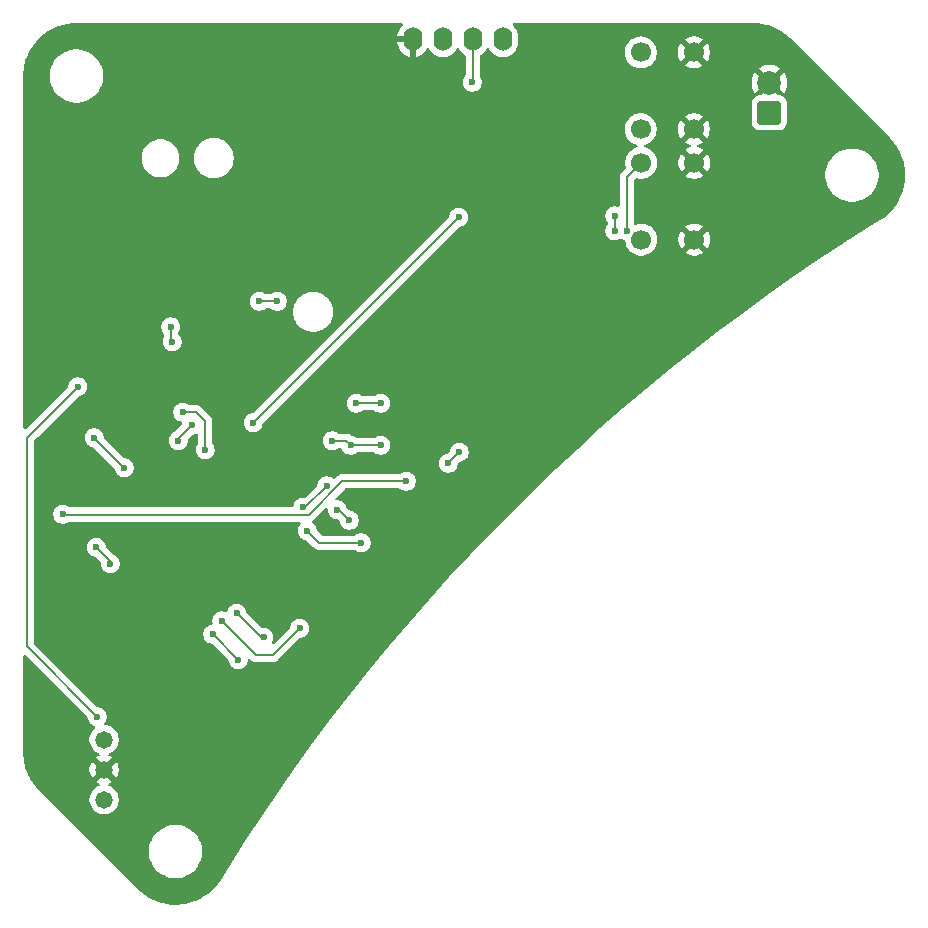
<source format=gbr>
%TF.GenerationSoftware,KiCad,Pcbnew,9.0.6*%
%TF.CreationDate,2026-02-01T14:10:18+01:00*%
%TF.ProjectId,hw,68772e6b-6963-4616-945f-706362585858,rev?*%
%TF.SameCoordinates,Original*%
%TF.FileFunction,Copper,L2,Bot*%
%TF.FilePolarity,Positive*%
%FSLAX46Y46*%
G04 Gerber Fmt 4.6, Leading zero omitted, Abs format (unit mm)*
G04 Created by KiCad (PCBNEW 9.0.6) date 2026-02-01 14:10:18*
%MOMM*%
%LPD*%
G01*
G04 APERTURE LIST*
G04 Aperture macros list*
%AMRoundRect*
0 Rectangle with rounded corners*
0 $1 Rounding radius*
0 $2 $3 $4 $5 $6 $7 $8 $9 X,Y pos of 4 corners*
0 Add a 4 corners polygon primitive as box body*
4,1,4,$2,$3,$4,$5,$6,$7,$8,$9,$2,$3,0*
0 Add four circle primitives for the rounded corners*
1,1,$1+$1,$2,$3*
1,1,$1+$1,$4,$5*
1,1,$1+$1,$6,$7*
1,1,$1+$1,$8,$9*
0 Add four rect primitives between the rounded corners*
20,1,$1+$1,$2,$3,$4,$5,0*
20,1,$1+$1,$4,$5,$6,$7,0*
20,1,$1+$1,$6,$7,$8,$9,0*
20,1,$1+$1,$8,$9,$2,$3,0*%
G04 Aperture macros list end*
%TA.AperFunction,ComponentPad*%
%ADD10C,1.700000*%
%TD*%
%TA.AperFunction,ComponentPad*%
%ADD11RoundRect,0.250000X0.750000X-0.750000X0.750000X0.750000X-0.750000X0.750000X-0.750000X-0.750000X0*%
%TD*%
%TA.AperFunction,ComponentPad*%
%ADD12C,2.000000*%
%TD*%
%TA.AperFunction,ComponentPad*%
%ADD13C,1.473200*%
%TD*%
%TA.AperFunction,ComponentPad*%
%ADD14O,1.600000X2.000000*%
%TD*%
%TA.AperFunction,ViaPad*%
%ADD15C,0.600000*%
%TD*%
%TA.AperFunction,Conductor*%
%ADD16C,0.200000*%
%TD*%
G04 APERTURE END LIST*
D10*
%TO.P,SW3,1,1*%
%TO.N,Net-(U1-D10)*%
X170230000Y-64688000D03*
X170230000Y-58188000D03*
%TO.P,SW3,2,2*%
%TO.N,GND*%
X174730000Y-64688000D03*
X174730000Y-58188000D03*
%TD*%
D11*
%TO.P,J1,1,Pin_1*%
%TO.N,+12V*%
X181123500Y-63296000D03*
D12*
%TO.P,J1,2,Pin_2*%
%TO.N,GND*%
X181123500Y-60756001D03*
%TD*%
D13*
%TO.P,U3,1,OUT*%
%TO.N,Net-(U1-D1)*%
X124789400Y-121457000D03*
%TO.P,U3,2,GND*%
%TO.N,GND*%
X124789400Y-118917000D03*
%TO.P,U3,3,VS*%
%TO.N,Net-(U3-VS)*%
X124789400Y-116377000D03*
%TD*%
D14*
%TO.P,OLED1,1,GND*%
%TO.N,GND*%
X150926000Y-57068000D03*
%TO.P,OLED1,2,VCC*%
%TO.N,/3V3*%
X153466000Y-57068000D03*
%TO.P,OLED1,3,SCL*%
%TO.N,Net-(OLED1-SCL)*%
X156006000Y-57068000D03*
%TO.P,OLED1,4,SDA*%
%TO.N,Net-(OLED1-SDA)*%
X158546000Y-57068000D03*
%TD*%
D10*
%TO.P,SW4,1,1*%
%TO.N,Net-(U1-D9)*%
X170266000Y-74034000D03*
X170266000Y-67534000D03*
%TO.P,SW4,2,2*%
%TO.N,GND*%
X174766000Y-74034000D03*
X174766000Y-67534000D03*
%TD*%
D15*
%TO.N,Net-(OLED1-SCL)*%
X155956000Y-60706000D03*
%TO.N,Net-(U1-D2)*%
X124117000Y-100076000D03*
X125317000Y-101473000D03*
%TO.N,Net-(U1-D3)*%
X122555000Y-86487000D03*
X124206000Y-114427000D03*
%TO.N,Net-(OLED1-SDA)*%
X137414000Y-89535000D03*
X154813000Y-72136000D03*
%TO.N,Net-(D1-K)*%
X148234000Y-87884000D03*
X146136160Y-87884000D03*
%TO.N,/3V3*%
X133985000Y-107442000D03*
X126492000Y-93345000D03*
X136144000Y-109601000D03*
X123952000Y-90805000D03*
X131064000Y-91059000D03*
X132207000Y-89755000D03*
%TO.N,GND*%
X142494000Y-93472000D03*
X165481000Y-73279000D03*
X157480000Y-88519000D03*
X131064000Y-117094000D03*
X128270000Y-89154000D03*
X146812000Y-95631000D03*
X134112000Y-73533000D03*
X148082000Y-101854000D03*
X125222000Y-89027000D03*
X149479000Y-89535000D03*
X145034000Y-79375000D03*
X122047000Y-95377000D03*
X147320000Y-72390000D03*
X131572000Y-56896000D03*
%TO.N,Net-(PS1-FB)*%
X141605000Y-96716000D03*
X141986000Y-98679000D03*
X146561500Y-99695000D03*
X143637000Y-94869000D03*
%TO.N,Net-(PS1-SW)*%
X145669000Y-91440000D03*
X144124000Y-91059000D03*
X148234000Y-91440000D03*
%TO.N,Net-(LED1-A)*%
X139446000Y-79248000D03*
X137922000Y-79248000D03*
%TO.N,Net-(U1-D8)*%
X131445000Y-88646000D03*
X130429000Y-81407000D03*
X133350000Y-91821000D03*
X130556000Y-82677000D03*
%TO.N,Net-(U1-D10)*%
X134747000Y-106299000D03*
X141351000Y-106934000D03*
X168021000Y-72009000D03*
X168021000Y-73279000D03*
%TO.N,Net-(U1-D9)*%
X136017000Y-105664000D03*
X138303000Y-107696000D03*
X169037000Y-73279000D03*
%TO.N,+5V*%
X121285000Y-97282000D03*
X153924000Y-92964000D03*
X154862265Y-92025735D03*
X150368000Y-94488000D03*
%TO.N,Net-(PS1-EN)*%
X144525000Y-96901000D03*
X145553315Y-97801315D03*
%TD*%
D16*
%TO.N,Net-(OLED1-SCL)*%
X156006000Y-60656000D02*
X156006000Y-57068000D01*
X155956000Y-60706000D02*
X156006000Y-60656000D01*
%TO.N,Net-(U1-D2)*%
X125317000Y-101276000D02*
X124117000Y-100076000D01*
X125317000Y-101473000D02*
X125317000Y-101276000D01*
%TO.N,Net-(U1-D3)*%
X118237000Y-90805000D02*
X122555000Y-86487000D01*
X124206000Y-114427000D02*
X118237000Y-108458000D01*
X118237000Y-108458000D02*
X118237000Y-90805000D01*
%TO.N,Net-(OLED1-SDA)*%
X137414000Y-89535000D02*
X154813000Y-72136000D01*
%TO.N,Net-(D1-K)*%
X148234000Y-87884000D02*
X146136160Y-87884000D01*
%TO.N,/3V3*%
X126492000Y-93345000D02*
X123952000Y-90805000D01*
X133985000Y-107442000D02*
X136144000Y-109601000D01*
X131064000Y-90898000D02*
X132207000Y-89755000D01*
X131064000Y-91059000D02*
X131064000Y-90898000D01*
%TO.N,Net-(PS1-FB)*%
X143002000Y-99695000D02*
X141986000Y-98679000D01*
X143637000Y-94869000D02*
X141790000Y-96716000D01*
X146561500Y-99695000D02*
X143002000Y-99695000D01*
X141790000Y-96716000D02*
X141605000Y-96716000D01*
%TO.N,Net-(PS1-SW)*%
X145669000Y-91440000D02*
X148234000Y-91440000D01*
X144124000Y-91059000D02*
X145288000Y-91059000D01*
X145288000Y-91059000D02*
X145669000Y-91440000D01*
%TO.N,Net-(LED1-A)*%
X137922000Y-79248000D02*
X139446000Y-79248000D01*
%TO.N,Net-(U1-D8)*%
X130429000Y-81407000D02*
X130429000Y-82550000D01*
X132588000Y-88646000D02*
X133350000Y-89408000D01*
X133350000Y-89408000D02*
X133350000Y-91821000D01*
X131445000Y-88646000D02*
X132588000Y-88646000D01*
X130429000Y-82550000D02*
X130556000Y-82677000D01*
%TO.N,Net-(U1-D10)*%
X137668000Y-109220000D02*
X139065000Y-109220000D01*
X141351000Y-106934000D02*
X141478000Y-106807000D01*
X139065000Y-109220000D02*
X141351000Y-106934000D01*
X168021000Y-72009000D02*
X168021000Y-73279000D01*
X134747000Y-106299000D02*
X137668000Y-109220000D01*
%TO.N,Net-(U1-D9)*%
X169037000Y-73279000D02*
X169037000Y-68763000D01*
X136017000Y-105664000D02*
X138049000Y-107696000D01*
X138049000Y-107696000D02*
X138303000Y-107696000D01*
X169037000Y-68763000D02*
X170266000Y-67534000D01*
%TO.N,+5V*%
X142118057Y-97316000D02*
X144946057Y-94488000D01*
X121505000Y-97316000D02*
X121471000Y-97282000D01*
X121471000Y-97282000D02*
X121285000Y-97282000D01*
X121505000Y-97316000D02*
X142118057Y-97316000D01*
X154862265Y-92025735D02*
X153924000Y-92964000D01*
X144946057Y-94488000D02*
X150368000Y-94488000D01*
%TO.N,Net-(PS1-EN)*%
X144653000Y-96901000D02*
X145553315Y-97801315D01*
X144525000Y-96901000D02*
X144653000Y-96901000D01*
%TD*%
%TA.AperFunction,Conductor*%
%TO.N,GND*%
G36*
X150037698Y-55705186D02*
G01*
X150083453Y-55757990D01*
X150093397Y-55827148D01*
X150064372Y-55890704D01*
X150058340Y-55897182D01*
X149934417Y-56021104D01*
X149934417Y-56021105D01*
X149814140Y-56186650D01*
X149721244Y-56368968D01*
X149658009Y-56563582D01*
X149626000Y-56765682D01*
X149626000Y-56818000D01*
X150492988Y-56818000D01*
X150460075Y-56875007D01*
X150426000Y-57002174D01*
X150426000Y-57133826D01*
X150460075Y-57260993D01*
X150492988Y-57318000D01*
X149626000Y-57318000D01*
X149626000Y-57370317D01*
X149658009Y-57572417D01*
X149721244Y-57767031D01*
X149814140Y-57949349D01*
X149934417Y-58114894D01*
X149934417Y-58114895D01*
X150079104Y-58259582D01*
X150244650Y-58379859D01*
X150426968Y-58472754D01*
X150621578Y-58535988D01*
X150676000Y-58544607D01*
X150676000Y-57501012D01*
X150733007Y-57533925D01*
X150860174Y-57568000D01*
X150991826Y-57568000D01*
X151118993Y-57533925D01*
X151176000Y-57501012D01*
X151176000Y-58544606D01*
X151230421Y-58535988D01*
X151425031Y-58472754D01*
X151607349Y-58379859D01*
X151772894Y-58259582D01*
X151772895Y-58259582D01*
X151917582Y-58114895D01*
X151917582Y-58114894D01*
X152037861Y-57949347D01*
X152085234Y-57856371D01*
X152133208Y-57805575D01*
X152201028Y-57788779D01*
X152267164Y-57811316D01*
X152306203Y-57856369D01*
X152353713Y-57949611D01*
X152474028Y-58115213D01*
X152618786Y-58259971D01*
X152773749Y-58372556D01*
X152784390Y-58380287D01*
X152865499Y-58421614D01*
X152966776Y-58473218D01*
X152966778Y-58473218D01*
X152966781Y-58473220D01*
X153041818Y-58497601D01*
X153161465Y-58536477D01*
X153262557Y-58552488D01*
X153363648Y-58568500D01*
X153363649Y-58568500D01*
X153568351Y-58568500D01*
X153568352Y-58568500D01*
X153770534Y-58536477D01*
X153965219Y-58473220D01*
X154147610Y-58380287D01*
X154265981Y-58294286D01*
X154313213Y-58259971D01*
X154313215Y-58259968D01*
X154313219Y-58259966D01*
X154457966Y-58115219D01*
X154457968Y-58115215D01*
X154457971Y-58115213D01*
X154578284Y-57949614D01*
X154578286Y-57949611D01*
X154578287Y-57949610D01*
X154625516Y-57856917D01*
X154673489Y-57806123D01*
X154741310Y-57789328D01*
X154807445Y-57811865D01*
X154846483Y-57856917D01*
X154858751Y-57880993D01*
X154893715Y-57949614D01*
X155014028Y-58115213D01*
X155014034Y-58115219D01*
X155158781Y-58259966D01*
X155324390Y-58380287D01*
X155337793Y-58387116D01*
X155388589Y-58435088D01*
X155405500Y-58497601D01*
X155405500Y-60073059D01*
X155385815Y-60140098D01*
X155369181Y-60160740D01*
X155334213Y-60195707D01*
X155334210Y-60195711D01*
X155246609Y-60326814D01*
X155246602Y-60326827D01*
X155186264Y-60472498D01*
X155186261Y-60472510D01*
X155155500Y-60627153D01*
X155155500Y-60784846D01*
X155186261Y-60939489D01*
X155186264Y-60939501D01*
X155246602Y-61085172D01*
X155246609Y-61085185D01*
X155334210Y-61216288D01*
X155334213Y-61216292D01*
X155445707Y-61327786D01*
X155445711Y-61327789D01*
X155576814Y-61415390D01*
X155576827Y-61415397D01*
X155722498Y-61475735D01*
X155722503Y-61475737D01*
X155877153Y-61506499D01*
X155877156Y-61506500D01*
X155877158Y-61506500D01*
X156034844Y-61506500D01*
X156034845Y-61506499D01*
X156189497Y-61475737D01*
X156335179Y-61415394D01*
X156466289Y-61327789D01*
X156577789Y-61216289D01*
X156665394Y-61085179D01*
X156725737Y-60939497D01*
X156756500Y-60784842D01*
X156756500Y-60627158D01*
X156756500Y-60627155D01*
X156756499Y-60627153D01*
X156725738Y-60472510D01*
X156725737Y-60472503D01*
X156665394Y-60326821D01*
X156627396Y-60269953D01*
X156606520Y-60203276D01*
X156606500Y-60201064D01*
X156606500Y-58497601D01*
X156626185Y-58430562D01*
X156674206Y-58387116D01*
X156687610Y-58380287D01*
X156853219Y-58259966D01*
X156997966Y-58115219D01*
X156997968Y-58115215D01*
X156997971Y-58115213D01*
X157118284Y-57949614D01*
X157118286Y-57949611D01*
X157118287Y-57949610D01*
X157165516Y-57856917D01*
X157213489Y-57806123D01*
X157281310Y-57789328D01*
X157347445Y-57811865D01*
X157386483Y-57856917D01*
X157398751Y-57880993D01*
X157433715Y-57949614D01*
X157554028Y-58115213D01*
X157698786Y-58259971D01*
X157853749Y-58372556D01*
X157864390Y-58380287D01*
X157945499Y-58421614D01*
X158046776Y-58473218D01*
X158046778Y-58473218D01*
X158046781Y-58473220D01*
X158121818Y-58497601D01*
X158241465Y-58536477D01*
X158342557Y-58552488D01*
X158443648Y-58568500D01*
X158443649Y-58568500D01*
X158648351Y-58568500D01*
X158648352Y-58568500D01*
X158850534Y-58536477D01*
X159045219Y-58473220D01*
X159227610Y-58380287D01*
X159345981Y-58294286D01*
X159393213Y-58259971D01*
X159393215Y-58259968D01*
X159393219Y-58259966D01*
X159537966Y-58115219D01*
X159562309Y-58081713D01*
X168879500Y-58081713D01*
X168879500Y-58294286D01*
X168912735Y-58504127D01*
X168912754Y-58504243D01*
X168975696Y-58697959D01*
X168978444Y-58706414D01*
X169074951Y-58895820D01*
X169199890Y-59067786D01*
X169350213Y-59218109D01*
X169522179Y-59343048D01*
X169522181Y-59343049D01*
X169522184Y-59343051D01*
X169711588Y-59439557D01*
X169913757Y-59505246D01*
X170123713Y-59538500D01*
X170123714Y-59538500D01*
X170336286Y-59538500D01*
X170336287Y-59538500D01*
X170546243Y-59505246D01*
X170748412Y-59439557D01*
X170937816Y-59343051D01*
X170992572Y-59303269D01*
X171109786Y-59218109D01*
X171109788Y-59218106D01*
X171109792Y-59218104D01*
X171260104Y-59067792D01*
X171260106Y-59067788D01*
X171260109Y-59067786D01*
X171385048Y-58895820D01*
X171385047Y-58895820D01*
X171385051Y-58895816D01*
X171481557Y-58706412D01*
X171547246Y-58504243D01*
X171580500Y-58294287D01*
X171580500Y-58081753D01*
X173380000Y-58081753D01*
X173380000Y-58294246D01*
X173413242Y-58504127D01*
X173413242Y-58504130D01*
X173478904Y-58706217D01*
X173575375Y-58895550D01*
X173614728Y-58949716D01*
X174247037Y-58317408D01*
X174264075Y-58380993D01*
X174329901Y-58495007D01*
X174422993Y-58588099D01*
X174537007Y-58653925D01*
X174600590Y-58670962D01*
X173968282Y-59303269D01*
X173968282Y-59303270D01*
X174022449Y-59342624D01*
X174211782Y-59439095D01*
X174413870Y-59504757D01*
X174623754Y-59538000D01*
X174836246Y-59538000D01*
X175046127Y-59504757D01*
X175046130Y-59504757D01*
X175175665Y-59462669D01*
X175248217Y-59439095D01*
X175437554Y-59342622D01*
X175491716Y-59303270D01*
X175491717Y-59303270D01*
X174859408Y-58670962D01*
X174922993Y-58653925D01*
X175037007Y-58588099D01*
X175130099Y-58495007D01*
X175195925Y-58380993D01*
X175212962Y-58317408D01*
X175845270Y-58949717D01*
X175845270Y-58949716D01*
X175884622Y-58895554D01*
X175981095Y-58706217D01*
X176046757Y-58504130D01*
X176046757Y-58504127D01*
X176080000Y-58294246D01*
X176080000Y-58081753D01*
X176046757Y-57871872D01*
X176046757Y-57871869D01*
X175981095Y-57669782D01*
X175884624Y-57480449D01*
X175845270Y-57426282D01*
X175845269Y-57426282D01*
X175212962Y-58058590D01*
X175195925Y-57995007D01*
X175130099Y-57880993D01*
X175037007Y-57787901D01*
X174922993Y-57722075D01*
X174859409Y-57705037D01*
X175491716Y-57072728D01*
X175437550Y-57033375D01*
X175248217Y-56936904D01*
X175046129Y-56871242D01*
X174836246Y-56838000D01*
X174623754Y-56838000D01*
X174413872Y-56871242D01*
X174413869Y-56871242D01*
X174211782Y-56936904D01*
X174022439Y-57033380D01*
X173968282Y-57072727D01*
X173968282Y-57072728D01*
X174600591Y-57705037D01*
X174537007Y-57722075D01*
X174422993Y-57787901D01*
X174329901Y-57880993D01*
X174264075Y-57995007D01*
X174247037Y-58058591D01*
X173614728Y-57426282D01*
X173614727Y-57426282D01*
X173575380Y-57480439D01*
X173478904Y-57669782D01*
X173413242Y-57871869D01*
X173413242Y-57871872D01*
X173380000Y-58081753D01*
X171580500Y-58081753D01*
X171580500Y-58081713D01*
X171547246Y-57871757D01*
X171481557Y-57669588D01*
X171385051Y-57480184D01*
X171385049Y-57480181D01*
X171385048Y-57480179D01*
X171260109Y-57308213D01*
X171109786Y-57157890D01*
X170937820Y-57032951D01*
X170748414Y-56936444D01*
X170748413Y-56936443D01*
X170748412Y-56936443D01*
X170546243Y-56870754D01*
X170546241Y-56870753D01*
X170546240Y-56870753D01*
X170384957Y-56845208D01*
X170336287Y-56837500D01*
X170123713Y-56837500D01*
X170075042Y-56845208D01*
X169913760Y-56870753D01*
X169711585Y-56936444D01*
X169522179Y-57032951D01*
X169350213Y-57157890D01*
X169199890Y-57308213D01*
X169074951Y-57480179D01*
X168978444Y-57669585D01*
X168912753Y-57871760D01*
X168879500Y-58081713D01*
X159562309Y-58081713D01*
X159658287Y-57949610D01*
X159751220Y-57767219D01*
X159814477Y-57572534D01*
X159846500Y-57370352D01*
X159846500Y-56765648D01*
X159815195Y-56568000D01*
X159814477Y-56563465D01*
X159785127Y-56473137D01*
X159751220Y-56368781D01*
X159751218Y-56368778D01*
X159751218Y-56368776D01*
X159711705Y-56291229D01*
X159658287Y-56186390D01*
X159650556Y-56175749D01*
X159537971Y-56020786D01*
X159414367Y-55897182D01*
X159380882Y-55835859D01*
X159385866Y-55766167D01*
X159427738Y-55710234D01*
X159493202Y-55685817D01*
X159502048Y-55685501D01*
X179659759Y-55685501D01*
X179659763Y-55685502D01*
X179722952Y-55685501D01*
X179728357Y-55685618D01*
X180112410Y-55702383D01*
X180123183Y-55703325D01*
X180501638Y-55753146D01*
X180512245Y-55755016D01*
X180884940Y-55837637D01*
X180895377Y-55840434D01*
X181054818Y-55890704D01*
X181259423Y-55955214D01*
X181269588Y-55958914D01*
X181622228Y-56104979D01*
X181632032Y-56109550D01*
X181779644Y-56186390D01*
X181970626Y-56285806D01*
X181979981Y-56291208D01*
X182102042Y-56368968D01*
X182301910Y-56496296D01*
X182310769Y-56502499D01*
X182613604Y-56734868D01*
X182621881Y-56741812D01*
X182767239Y-56875007D01*
X182904710Y-57000974D01*
X182908618Y-57004716D01*
X191293196Y-65389294D01*
X191297057Y-65393333D01*
X191564812Y-65686378D01*
X191571968Y-65694955D01*
X191691870Y-65852606D01*
X191807960Y-66005246D01*
X191810580Y-66008690D01*
X191816935Y-66017877D01*
X192026343Y-66351813D01*
X192031845Y-66361534D01*
X192060896Y-66418727D01*
X192180511Y-66654213D01*
X192210347Y-66712950D01*
X192214952Y-66723128D01*
X192361104Y-67089181D01*
X192364775Y-67099731D01*
X192477397Y-67477466D01*
X192480103Y-67488304D01*
X192558270Y-67874628D01*
X192559990Y-67885665D01*
X192603075Y-68277459D01*
X192603795Y-68288606D01*
X192611445Y-68682700D01*
X192611158Y-68693867D01*
X192583314Y-69087031D01*
X192582024Y-69098127D01*
X192518907Y-69487207D01*
X192516623Y-69498141D01*
X192418753Y-69879945D01*
X192415495Y-69890630D01*
X192283655Y-70262094D01*
X192279448Y-70272442D01*
X192114723Y-70630513D01*
X192109603Y-70640441D01*
X191913311Y-70982257D01*
X191907317Y-70991683D01*
X191681066Y-71314438D01*
X191674248Y-71323287D01*
X191419868Y-71624372D01*
X191412283Y-71632572D01*
X191131842Y-71909542D01*
X191123548Y-71917025D01*
X190819322Y-72167631D01*
X190810389Y-72174338D01*
X190482698Y-72398013D01*
X190478014Y-72401058D01*
X189387635Y-73075409D01*
X187262334Y-74434099D01*
X187222980Y-74459258D01*
X186993706Y-74610702D01*
X185079227Y-75875286D01*
X182956777Y-77323238D01*
X180856326Y-78802636D01*
X178778106Y-80313314D01*
X176722718Y-81854839D01*
X174690571Y-83426903D01*
X172682165Y-85029116D01*
X170697857Y-86661197D01*
X168738175Y-88322713D01*
X166803573Y-90013276D01*
X164894403Y-91732576D01*
X163011091Y-93480236D01*
X161154129Y-95255796D01*
X159323893Y-97058894D01*
X157650137Y-98757842D01*
X157520792Y-98889134D01*
X157238176Y-99184707D01*
X155745235Y-100746092D01*
X153997575Y-102629404D01*
X152278275Y-104538574D01*
X150587712Y-106473176D01*
X148926196Y-108432858D01*
X147294116Y-110417166D01*
X145691902Y-112425572D01*
X144119838Y-114457719D01*
X142578313Y-116513107D01*
X141067635Y-118591327D01*
X139588238Y-120691779D01*
X138140285Y-122814228D01*
X136724250Y-124957992D01*
X135340409Y-127122636D01*
X134666163Y-128212843D01*
X134663118Y-128217527D01*
X134439330Y-128545384D01*
X134432623Y-128554317D01*
X134182017Y-128858542D01*
X134174534Y-128866835D01*
X133897565Y-129147277D01*
X133889365Y-129154864D01*
X133588276Y-129409246D01*
X133579427Y-129416063D01*
X133256683Y-129642306D01*
X133247257Y-129648300D01*
X132905435Y-129844595D01*
X132895507Y-129849715D01*
X132537437Y-130014439D01*
X132527089Y-130018646D01*
X132155629Y-130150484D01*
X132144945Y-130153742D01*
X131763138Y-130251614D01*
X131752203Y-130253898D01*
X131363125Y-130317014D01*
X131352029Y-130318304D01*
X130958866Y-130346148D01*
X130947699Y-130346435D01*
X130553606Y-130338785D01*
X130542459Y-130338065D01*
X130150666Y-130294980D01*
X130139629Y-130293260D01*
X129753305Y-130215093D01*
X129742467Y-130212387D01*
X129364738Y-130099768D01*
X129354187Y-130096097D01*
X128988127Y-129949941D01*
X128977951Y-129945336D01*
X128779622Y-129844595D01*
X128626533Y-129766833D01*
X128616823Y-129761338D01*
X128282880Y-129551925D01*
X128273695Y-129545571D01*
X127959961Y-129306960D01*
X127951384Y-129299804D01*
X127658150Y-129031876D01*
X127654111Y-129028015D01*
X124327131Y-125701035D01*
X128587398Y-125701035D01*
X128587398Y-125996062D01*
X128606380Y-126140239D01*
X128625905Y-126288542D01*
X128625906Y-126288544D01*
X128702259Y-126573500D01*
X128702262Y-126573510D01*
X128815152Y-126846049D01*
X128815156Y-126846059D01*
X128962659Y-127101542D01*
X129142250Y-127335589D01*
X129142256Y-127335596D01*
X129350850Y-127544190D01*
X129350857Y-127544196D01*
X129584904Y-127723787D01*
X129840387Y-127871290D01*
X129840388Y-127871290D01*
X129840391Y-127871292D01*
X130112946Y-127984188D01*
X130397905Y-128060542D01*
X130690392Y-128099049D01*
X130690399Y-128099049D01*
X130985397Y-128099049D01*
X130985404Y-128099049D01*
X131277891Y-128060542D01*
X131562850Y-127984188D01*
X131835405Y-127871292D01*
X132090892Y-127723787D01*
X132324940Y-127544195D01*
X132533544Y-127335591D01*
X132713136Y-127101543D01*
X132860641Y-126846056D01*
X132973537Y-126573501D01*
X133049891Y-126288542D01*
X133088398Y-125996055D01*
X133088398Y-125701043D01*
X133049891Y-125408556D01*
X132973537Y-125123597D01*
X132860641Y-124851042D01*
X132713136Y-124595555D01*
X132533544Y-124361507D01*
X132533539Y-124361501D01*
X132324945Y-124152907D01*
X132324938Y-124152901D01*
X132090891Y-123973310D01*
X131835408Y-123825807D01*
X131835398Y-123825803D01*
X131562859Y-123712913D01*
X131562852Y-123712911D01*
X131562850Y-123712910D01*
X131277891Y-123636556D01*
X131229011Y-123630120D01*
X130985411Y-123598049D01*
X130985404Y-123598049D01*
X130690392Y-123598049D01*
X130690384Y-123598049D01*
X130411983Y-123634702D01*
X130397905Y-123636556D01*
X130112946Y-123712910D01*
X130112936Y-123712913D01*
X129840397Y-123825803D01*
X129840387Y-123825807D01*
X129584904Y-123973310D01*
X129350857Y-124152901D01*
X129350850Y-124152907D01*
X129142256Y-124361501D01*
X129142250Y-124361508D01*
X128962659Y-124595555D01*
X128815156Y-124851038D01*
X128815152Y-124851048D01*
X128702262Y-125123587D01*
X128702259Y-125123597D01*
X128625906Y-125408553D01*
X128625904Y-125408564D01*
X128587398Y-125701035D01*
X124327131Y-125701035D01*
X119270301Y-120644205D01*
X119266559Y-120640296D01*
X119006848Y-120356866D01*
X118999895Y-120348580D01*
X118767529Y-120045751D01*
X118761324Y-120036889D01*
X118556242Y-119714970D01*
X118550833Y-119705602D01*
X118494577Y-119597532D01*
X118374576Y-119367006D01*
X118370015Y-119357225D01*
X118223940Y-119004562D01*
X118220248Y-118994415D01*
X118105464Y-118630357D01*
X118102673Y-118619943D01*
X118020052Y-118247244D01*
X118018181Y-118236633D01*
X117968360Y-117858180D01*
X117967418Y-117847406D01*
X117950618Y-117462534D01*
X117950500Y-117457126D01*
X117950500Y-117435061D01*
X117950501Y-117394764D01*
X117950500Y-117394760D01*
X117950500Y-109320097D01*
X117970185Y-109253058D01*
X118022989Y-109207303D01*
X118092147Y-109197359D01*
X118155703Y-109226384D01*
X118162181Y-109232416D01*
X123371425Y-114441660D01*
X123404910Y-114502983D01*
X123405361Y-114505149D01*
X123436261Y-114660491D01*
X123436264Y-114660501D01*
X123496602Y-114806172D01*
X123496609Y-114806185D01*
X123584210Y-114937288D01*
X123584213Y-114937292D01*
X123695707Y-115048786D01*
X123695711Y-115048789D01*
X123826814Y-115136390D01*
X123826827Y-115136397D01*
X123978130Y-115199068D01*
X123977559Y-115200445D01*
X124029819Y-115234685D01*
X124058283Y-115298494D01*
X124047730Y-115367562D01*
X124008282Y-115415375D01*
X123983487Y-115433390D01*
X123983481Y-115433395D01*
X123845795Y-115571081D01*
X123731338Y-115728617D01*
X123642936Y-115902116D01*
X123582761Y-116087315D01*
X123552300Y-116279638D01*
X123552300Y-116474362D01*
X123582762Y-116666688D01*
X123642935Y-116851881D01*
X123731338Y-117025382D01*
X123845793Y-117182916D01*
X123983484Y-117320607D01*
X124141018Y-117435062D01*
X124314519Y-117523465D01*
X124332576Y-117529332D01*
X124390249Y-117568767D01*
X124417448Y-117633125D01*
X124405535Y-117701972D01*
X124358292Y-117753448D01*
X124332578Y-117765192D01*
X124314708Y-117770998D01*
X124141277Y-117859366D01*
X124108867Y-117882913D01*
X124108866Y-117882913D01*
X124674198Y-118448244D01*
X124603123Y-118467289D01*
X124493077Y-118530824D01*
X124403224Y-118620677D01*
X124339689Y-118730723D01*
X124320644Y-118801797D01*
X123755313Y-118236466D01*
X123755313Y-118236467D01*
X123731766Y-118268877D01*
X123643399Y-118442305D01*
X123583248Y-118627428D01*
X123552800Y-118819671D01*
X123552800Y-119014328D01*
X123583248Y-119206571D01*
X123643399Y-119391694D01*
X123731766Y-119565122D01*
X123755312Y-119597531D01*
X123755313Y-119597531D01*
X124320644Y-119032201D01*
X124339689Y-119103277D01*
X124403224Y-119213323D01*
X124493077Y-119303176D01*
X124603123Y-119366711D01*
X124674197Y-119385755D01*
X124108867Y-119951085D01*
X124141283Y-119974636D01*
X124314705Y-120062999D01*
X124332573Y-120068805D01*
X124390249Y-120108242D01*
X124417449Y-120172600D01*
X124405535Y-120241447D01*
X124358292Y-120292923D01*
X124332578Y-120304667D01*
X124314517Y-120310535D01*
X124141017Y-120398938D01*
X123983481Y-120513395D01*
X123845795Y-120651081D01*
X123731338Y-120808617D01*
X123642936Y-120982116D01*
X123582761Y-121167315D01*
X123578017Y-121197270D01*
X123552300Y-121359638D01*
X123552300Y-121554362D01*
X123582762Y-121746688D01*
X123642935Y-121931881D01*
X123731338Y-122105382D01*
X123845793Y-122262916D01*
X123983484Y-122400607D01*
X124141018Y-122515062D01*
X124314519Y-122603465D01*
X124499712Y-122663638D01*
X124692038Y-122694100D01*
X124692039Y-122694100D01*
X124886761Y-122694100D01*
X124886762Y-122694100D01*
X125079088Y-122663638D01*
X125264281Y-122603465D01*
X125437782Y-122515062D01*
X125595316Y-122400607D01*
X125733007Y-122262916D01*
X125847462Y-122105382D01*
X125935865Y-121931881D01*
X125996038Y-121746688D01*
X126026500Y-121554362D01*
X126026500Y-121359638D01*
X125996038Y-121167312D01*
X125935865Y-120982119D01*
X125847462Y-120808618D01*
X125733007Y-120651084D01*
X125595316Y-120513393D01*
X125437782Y-120398938D01*
X125264285Y-120310536D01*
X125256702Y-120308072D01*
X125246221Y-120304667D01*
X125188548Y-120265230D01*
X125161350Y-120200871D01*
X125173265Y-120132024D01*
X125220510Y-120080549D01*
X125246227Y-120068805D01*
X125264093Y-120063000D01*
X125437512Y-119974638D01*
X125437525Y-119974630D01*
X125469931Y-119951086D01*
X125469932Y-119951085D01*
X124904602Y-119385755D01*
X124975677Y-119366711D01*
X125085723Y-119303176D01*
X125175576Y-119213323D01*
X125239111Y-119103277D01*
X125258155Y-119032202D01*
X125823485Y-119597532D01*
X125823486Y-119597531D01*
X125847030Y-119565125D01*
X125847038Y-119565112D01*
X125935400Y-119391694D01*
X125995551Y-119206571D01*
X126026000Y-119014328D01*
X126026000Y-118819671D01*
X125995551Y-118627428D01*
X125935400Y-118442305D01*
X125847036Y-118268883D01*
X125823485Y-118236467D01*
X125258155Y-118801797D01*
X125239111Y-118730723D01*
X125175576Y-118620677D01*
X125085723Y-118530824D01*
X124975677Y-118467289D01*
X124904602Y-118448244D01*
X125469931Y-117882913D01*
X125469931Y-117882912D01*
X125437522Y-117859366D01*
X125264095Y-117771000D01*
X125246222Y-117765193D01*
X125188547Y-117725754D01*
X125161350Y-117661395D01*
X125173265Y-117592549D01*
X125220510Y-117541074D01*
X125246218Y-117529333D01*
X125264281Y-117523465D01*
X125437782Y-117435062D01*
X125595316Y-117320607D01*
X125733007Y-117182916D01*
X125847462Y-117025382D01*
X125935865Y-116851881D01*
X125996038Y-116666688D01*
X126026500Y-116474362D01*
X126026500Y-116279638D01*
X125996038Y-116087312D01*
X125935865Y-115902119D01*
X125847462Y-115728618D01*
X125733007Y-115571084D01*
X125595316Y-115433393D01*
X125437782Y-115318938D01*
X125264281Y-115230535D01*
X125079088Y-115170362D01*
X125079086Y-115170361D01*
X125079084Y-115170361D01*
X124901163Y-115142181D01*
X124838028Y-115112252D01*
X124801097Y-115052940D01*
X124802095Y-114983078D01*
X124824711Y-114941039D01*
X124827781Y-114937296D01*
X124827789Y-114937289D01*
X124915394Y-114806179D01*
X124975737Y-114660497D01*
X125006500Y-114505842D01*
X125006500Y-114348158D01*
X125006500Y-114348155D01*
X125006499Y-114348153D01*
X124975738Y-114193510D01*
X124975737Y-114193503D01*
X124975735Y-114193498D01*
X124915397Y-114047827D01*
X124915390Y-114047814D01*
X124827789Y-113916711D01*
X124827786Y-113916707D01*
X124716292Y-113805213D01*
X124716288Y-113805210D01*
X124585185Y-113717609D01*
X124585172Y-113717602D01*
X124439501Y-113657264D01*
X124439491Y-113657261D01*
X124284151Y-113626362D01*
X124222241Y-113593977D01*
X124220662Y-113592426D01*
X118873819Y-108245583D01*
X118840334Y-108184260D01*
X118837500Y-108157902D01*
X118837500Y-107363153D01*
X133184500Y-107363153D01*
X133184500Y-107520846D01*
X133215261Y-107675489D01*
X133215264Y-107675501D01*
X133275602Y-107821172D01*
X133275609Y-107821185D01*
X133363210Y-107952288D01*
X133363213Y-107952292D01*
X133474707Y-108063786D01*
X133474711Y-108063789D01*
X133605814Y-108151390D01*
X133605827Y-108151397D01*
X133751498Y-108211735D01*
X133751503Y-108211737D01*
X133816147Y-108224595D01*
X133906849Y-108242638D01*
X133968760Y-108275023D01*
X133970339Y-108276574D01*
X135309425Y-109615660D01*
X135342910Y-109676983D01*
X135343361Y-109679149D01*
X135374261Y-109834491D01*
X135374264Y-109834501D01*
X135434602Y-109980172D01*
X135434609Y-109980185D01*
X135522210Y-110111288D01*
X135522213Y-110111292D01*
X135633707Y-110222786D01*
X135633711Y-110222789D01*
X135764814Y-110310390D01*
X135764827Y-110310397D01*
X135910498Y-110370735D01*
X135910503Y-110370737D01*
X136065153Y-110401499D01*
X136065156Y-110401500D01*
X136065158Y-110401500D01*
X136222844Y-110401500D01*
X136222845Y-110401499D01*
X136377497Y-110370737D01*
X136523179Y-110310394D01*
X136654289Y-110222789D01*
X136765789Y-110111289D01*
X136853394Y-109980179D01*
X136913737Y-109834497D01*
X136944500Y-109679842D01*
X136944500Y-109645097D01*
X136950738Y-109623851D01*
X136952318Y-109601763D01*
X136960390Y-109590979D01*
X136964185Y-109578058D01*
X136980918Y-109563558D01*
X136994190Y-109545830D01*
X137006810Y-109541122D01*
X137016989Y-109532303D01*
X137038906Y-109529151D01*
X137059654Y-109521413D01*
X137072814Y-109524275D01*
X137086147Y-109522359D01*
X137106290Y-109531558D01*
X137127927Y-109536265D01*
X137145652Y-109549533D01*
X137149703Y-109551384D01*
X137156181Y-109557416D01*
X137183139Y-109584374D01*
X137183149Y-109584385D01*
X137187479Y-109588715D01*
X137187480Y-109588716D01*
X137299284Y-109700520D01*
X137386095Y-109750639D01*
X137386097Y-109750641D01*
X137424151Y-109772611D01*
X137436215Y-109779577D01*
X137588943Y-109820501D01*
X137588946Y-109820501D01*
X137754653Y-109820501D01*
X137754669Y-109820500D01*
X138978331Y-109820500D01*
X138978347Y-109820501D01*
X138985943Y-109820501D01*
X139144054Y-109820501D01*
X139144057Y-109820501D01*
X139296785Y-109779577D01*
X139346904Y-109750639D01*
X139433716Y-109700520D01*
X139545520Y-109588716D01*
X139545520Y-109588714D01*
X139555728Y-109578507D01*
X139555729Y-109578504D01*
X141365662Y-107768572D01*
X141426983Y-107735089D01*
X141429150Y-107734638D01*
X141487085Y-107723113D01*
X141584497Y-107703737D01*
X141730179Y-107643394D01*
X141861289Y-107555789D01*
X141972789Y-107444289D01*
X142060394Y-107313179D01*
X142120737Y-107167497D01*
X142151500Y-107012842D01*
X142151500Y-106855158D01*
X142151500Y-106855155D01*
X142151499Y-106855153D01*
X142144549Y-106820213D01*
X142120737Y-106700503D01*
X142098963Y-106647936D01*
X142060397Y-106554827D01*
X142060390Y-106554814D01*
X141972789Y-106423711D01*
X141972786Y-106423707D01*
X141861292Y-106312213D01*
X141861288Y-106312210D01*
X141730185Y-106224609D01*
X141730172Y-106224602D01*
X141584501Y-106164264D01*
X141584489Y-106164261D01*
X141429845Y-106133500D01*
X141429842Y-106133500D01*
X141272158Y-106133500D01*
X141272155Y-106133500D01*
X141117510Y-106164261D01*
X141117498Y-106164264D01*
X140971827Y-106224602D01*
X140971814Y-106224609D01*
X140840711Y-106312210D01*
X140840707Y-106312213D01*
X140729213Y-106423707D01*
X140729210Y-106423711D01*
X140641609Y-106554814D01*
X140641602Y-106554827D01*
X140581264Y-106700498D01*
X140581261Y-106700508D01*
X140550361Y-106855850D01*
X140517976Y-106917761D01*
X140516425Y-106919339D01*
X139201493Y-108234271D01*
X139140170Y-108267756D01*
X139070478Y-108262772D01*
X139014545Y-108220900D01*
X138990128Y-108155436D01*
X139004980Y-108087163D01*
X139010709Y-108077699D01*
X139012394Y-108075179D01*
X139072737Y-107929497D01*
X139103500Y-107774842D01*
X139103500Y-107617158D01*
X139103500Y-107617155D01*
X139103499Y-107617153D01*
X139072738Y-107462510D01*
X139072737Y-107462503D01*
X139044058Y-107393265D01*
X139012397Y-107316827D01*
X139012390Y-107316814D01*
X138924789Y-107185711D01*
X138924786Y-107185707D01*
X138813292Y-107074213D01*
X138813288Y-107074210D01*
X138682185Y-106986609D01*
X138682172Y-106986602D01*
X138536501Y-106926264D01*
X138536489Y-106926261D01*
X138381845Y-106895500D01*
X138381842Y-106895500D01*
X138224158Y-106895500D01*
X138224155Y-106895500D01*
X138183715Y-106903544D01*
X138114124Y-106897317D01*
X138071843Y-106869608D01*
X136851574Y-105649339D01*
X136818089Y-105588016D01*
X136817638Y-105585849D01*
X136786738Y-105430510D01*
X136786737Y-105430505D01*
X136786737Y-105430503D01*
X136786735Y-105430498D01*
X136726397Y-105284827D01*
X136726390Y-105284814D01*
X136638789Y-105153711D01*
X136638786Y-105153707D01*
X136527292Y-105042213D01*
X136527288Y-105042210D01*
X136396185Y-104954609D01*
X136396172Y-104954602D01*
X136250501Y-104894264D01*
X136250489Y-104894261D01*
X136095845Y-104863500D01*
X136095842Y-104863500D01*
X135938158Y-104863500D01*
X135938155Y-104863500D01*
X135783510Y-104894261D01*
X135783498Y-104894264D01*
X135637827Y-104954602D01*
X135637814Y-104954609D01*
X135506711Y-105042210D01*
X135506707Y-105042213D01*
X135395213Y-105153707D01*
X135395210Y-105153711D01*
X135307609Y-105284814D01*
X135307602Y-105284827D01*
X135247264Y-105430498D01*
X135247262Y-105430505D01*
X135238283Y-105475643D01*
X135205896Y-105537553D01*
X135145180Y-105572126D01*
X135075410Y-105568385D01*
X135069214Y-105566010D01*
X134980501Y-105529264D01*
X134980489Y-105529261D01*
X134825845Y-105498500D01*
X134825842Y-105498500D01*
X134668158Y-105498500D01*
X134668155Y-105498500D01*
X134513510Y-105529261D01*
X134513498Y-105529264D01*
X134367827Y-105589602D01*
X134367814Y-105589609D01*
X134236711Y-105677210D01*
X134236707Y-105677213D01*
X134125213Y-105788707D01*
X134125210Y-105788711D01*
X134037609Y-105919814D01*
X134037602Y-105919827D01*
X133977264Y-106065498D01*
X133977261Y-106065510D01*
X133946500Y-106220153D01*
X133946500Y-106377846D01*
X133971221Y-106502128D01*
X133964994Y-106571720D01*
X133922131Y-106626897D01*
X133873796Y-106647936D01*
X133751508Y-106672261D01*
X133751498Y-106672264D01*
X133605827Y-106732602D01*
X133605814Y-106732609D01*
X133474711Y-106820210D01*
X133474707Y-106820213D01*
X133363213Y-106931707D01*
X133363210Y-106931711D01*
X133275609Y-107062814D01*
X133275602Y-107062827D01*
X133215264Y-107208498D01*
X133215261Y-107208510D01*
X133184500Y-107363153D01*
X118837500Y-107363153D01*
X118837500Y-99997153D01*
X123316500Y-99997153D01*
X123316500Y-100154846D01*
X123347261Y-100309489D01*
X123347264Y-100309501D01*
X123407602Y-100455172D01*
X123407609Y-100455185D01*
X123495210Y-100586288D01*
X123495213Y-100586292D01*
X123606707Y-100697786D01*
X123606711Y-100697789D01*
X123737814Y-100785390D01*
X123737827Y-100785397D01*
X123883498Y-100845735D01*
X123883503Y-100845737D01*
X123948147Y-100858595D01*
X124038849Y-100876638D01*
X124100760Y-100909023D01*
X124102339Y-100910574D01*
X124481254Y-101289489D01*
X124514739Y-101350812D01*
X124516976Y-101389322D01*
X124516500Y-101394155D01*
X124516500Y-101551846D01*
X124547261Y-101706489D01*
X124547264Y-101706501D01*
X124607602Y-101852172D01*
X124607609Y-101852185D01*
X124695210Y-101983288D01*
X124695213Y-101983292D01*
X124806707Y-102094786D01*
X124806711Y-102094789D01*
X124937814Y-102182390D01*
X124937827Y-102182397D01*
X125083498Y-102242735D01*
X125083503Y-102242737D01*
X125238153Y-102273499D01*
X125238156Y-102273500D01*
X125238158Y-102273500D01*
X125395844Y-102273500D01*
X125395845Y-102273499D01*
X125550497Y-102242737D01*
X125696179Y-102182394D01*
X125827289Y-102094789D01*
X125938789Y-101983289D01*
X126026394Y-101852179D01*
X126086737Y-101706497D01*
X126117500Y-101551842D01*
X126117500Y-101394158D01*
X126117500Y-101394155D01*
X126117499Y-101394153D01*
X126086738Y-101239510D01*
X126086737Y-101239503D01*
X126086735Y-101239498D01*
X126026397Y-101093827D01*
X126026390Y-101093814D01*
X125938789Y-100962711D01*
X125938786Y-100962707D01*
X125827292Y-100851213D01*
X125827288Y-100851210D01*
X125696185Y-100763609D01*
X125696175Y-100763604D01*
X125646689Y-100743106D01*
X125606461Y-100716226D01*
X124951574Y-100061339D01*
X124918089Y-100000016D01*
X124917638Y-99997849D01*
X124886738Y-99842510D01*
X124886737Y-99842503D01*
X124858297Y-99773842D01*
X124826397Y-99696827D01*
X124826390Y-99696814D01*
X124738789Y-99565711D01*
X124738786Y-99565707D01*
X124627292Y-99454213D01*
X124627288Y-99454210D01*
X124496185Y-99366609D01*
X124496172Y-99366602D01*
X124350501Y-99306264D01*
X124350489Y-99306261D01*
X124195845Y-99275500D01*
X124195842Y-99275500D01*
X124038158Y-99275500D01*
X124038155Y-99275500D01*
X123883510Y-99306261D01*
X123883498Y-99306264D01*
X123737827Y-99366602D01*
X123737814Y-99366609D01*
X123606711Y-99454210D01*
X123606707Y-99454213D01*
X123495213Y-99565707D01*
X123495210Y-99565711D01*
X123407609Y-99696814D01*
X123407602Y-99696827D01*
X123347264Y-99842498D01*
X123347261Y-99842510D01*
X123316500Y-99997153D01*
X118837500Y-99997153D01*
X118837500Y-97203153D01*
X120484500Y-97203153D01*
X120484500Y-97360846D01*
X120515261Y-97515489D01*
X120515264Y-97515501D01*
X120575602Y-97661172D01*
X120575609Y-97661185D01*
X120663210Y-97792288D01*
X120663213Y-97792292D01*
X120774707Y-97903786D01*
X120774711Y-97903789D01*
X120905814Y-97991390D01*
X120905827Y-97991397D01*
X121051498Y-98051735D01*
X121051503Y-98051737D01*
X121206153Y-98082499D01*
X121206156Y-98082500D01*
X121206158Y-98082500D01*
X121363844Y-98082500D01*
X121363845Y-98082499D01*
X121518497Y-98051737D01*
X121664179Y-97991394D01*
X121744990Y-97937398D01*
X121811668Y-97916520D01*
X121813881Y-97916500D01*
X141317059Y-97916500D01*
X141384098Y-97936185D01*
X141429853Y-97988989D01*
X141439797Y-98058147D01*
X141410772Y-98121703D01*
X141404740Y-98128181D01*
X141364213Y-98168707D01*
X141364210Y-98168711D01*
X141276609Y-98299814D01*
X141276602Y-98299827D01*
X141216264Y-98445498D01*
X141216261Y-98445510D01*
X141185500Y-98600153D01*
X141185500Y-98757846D01*
X141216261Y-98912489D01*
X141216264Y-98912501D01*
X141276602Y-99058172D01*
X141276607Y-99058181D01*
X141364210Y-99189288D01*
X141364213Y-99189292D01*
X141475707Y-99300786D01*
X141475711Y-99300789D01*
X141606814Y-99388390D01*
X141606827Y-99388397D01*
X141752498Y-99448735D01*
X141752503Y-99448737D01*
X141816656Y-99461498D01*
X141907849Y-99479638D01*
X141969760Y-99512023D01*
X141971339Y-99513574D01*
X142517139Y-100059374D01*
X142517149Y-100059385D01*
X142521479Y-100063715D01*
X142521480Y-100063716D01*
X142633284Y-100175520D01*
X142684845Y-100205288D01*
X142720095Y-100225639D01*
X142720097Y-100225641D01*
X142758151Y-100247611D01*
X142770215Y-100254577D01*
X142922943Y-100295501D01*
X142922946Y-100295501D01*
X143088653Y-100295501D01*
X143088669Y-100295500D01*
X145981734Y-100295500D01*
X146048773Y-100315185D01*
X146050625Y-100316398D01*
X146182314Y-100404390D01*
X146182327Y-100404397D01*
X146304942Y-100455185D01*
X146328003Y-100464737D01*
X146482653Y-100495499D01*
X146482656Y-100495500D01*
X146482658Y-100495500D01*
X146640344Y-100495500D01*
X146640345Y-100495499D01*
X146794997Y-100464737D01*
X146940679Y-100404394D01*
X147071789Y-100316789D01*
X147183289Y-100205289D01*
X147270894Y-100074179D01*
X147276213Y-100061339D01*
X147331235Y-99928501D01*
X147331237Y-99928497D01*
X147362000Y-99773842D01*
X147362000Y-99616158D01*
X147362000Y-99616155D01*
X147361999Y-99616153D01*
X147351965Y-99565711D01*
X147331237Y-99461503D01*
X147300956Y-99388397D01*
X147270897Y-99315827D01*
X147270890Y-99315814D01*
X147183289Y-99184711D01*
X147183286Y-99184707D01*
X147071792Y-99073213D01*
X147071788Y-99073210D01*
X146940685Y-98985609D01*
X146940672Y-98985602D01*
X146795001Y-98925264D01*
X146794989Y-98925261D01*
X146640345Y-98894500D01*
X146640342Y-98894500D01*
X146482658Y-98894500D01*
X146482655Y-98894500D01*
X146328010Y-98925261D01*
X146327998Y-98925264D01*
X146182327Y-98985602D01*
X146182314Y-98985609D01*
X146050625Y-99073602D01*
X145983947Y-99094480D01*
X145981734Y-99094500D01*
X143302097Y-99094500D01*
X143235058Y-99074815D01*
X143214416Y-99058181D01*
X142820574Y-98664339D01*
X142787089Y-98603016D01*
X142786638Y-98600849D01*
X142755738Y-98445510D01*
X142755737Y-98445503D01*
X142700275Y-98311604D01*
X142695397Y-98299827D01*
X142695390Y-98299814D01*
X142607789Y-98168711D01*
X142607786Y-98168707D01*
X142496292Y-98057213D01*
X142496288Y-98057210D01*
X142448378Y-98025197D01*
X142403573Y-97971584D01*
X142394866Y-97902259D01*
X142425021Y-97839232D01*
X142434708Y-97829576D01*
X142444220Y-97821087D01*
X142486773Y-97796520D01*
X142598577Y-97684716D01*
X142598578Y-97684713D01*
X143512819Y-96770471D01*
X143574142Y-96736987D01*
X143643834Y-96741971D01*
X143699767Y-96783843D01*
X143724184Y-96849307D01*
X143724500Y-96858153D01*
X143724500Y-96979846D01*
X143755261Y-97134489D01*
X143755264Y-97134501D01*
X143815602Y-97280172D01*
X143815609Y-97280185D01*
X143903210Y-97411288D01*
X143903213Y-97411292D01*
X144014707Y-97522786D01*
X144014711Y-97522789D01*
X144145814Y-97610390D01*
X144145827Y-97610397D01*
X144268442Y-97661185D01*
X144291503Y-97670737D01*
X144445801Y-97701429D01*
X144446153Y-97701499D01*
X144446156Y-97701500D01*
X144552903Y-97701500D01*
X144582343Y-97710144D01*
X144612330Y-97716668D01*
X144617345Y-97720422D01*
X144619942Y-97721185D01*
X144640584Y-97737819D01*
X144718740Y-97815975D01*
X144752225Y-97877298D01*
X144752676Y-97879464D01*
X144783576Y-98034806D01*
X144783579Y-98034816D01*
X144843917Y-98180487D01*
X144843924Y-98180500D01*
X144931525Y-98311603D01*
X144931528Y-98311607D01*
X145043022Y-98423101D01*
X145043026Y-98423104D01*
X145174129Y-98510705D01*
X145174142Y-98510712D01*
X145319813Y-98571050D01*
X145319818Y-98571052D01*
X145466118Y-98600153D01*
X145474468Y-98601814D01*
X145474471Y-98601815D01*
X145474473Y-98601815D01*
X145632159Y-98601815D01*
X145632160Y-98601814D01*
X145786812Y-98571052D01*
X145932494Y-98510709D01*
X146063604Y-98423104D01*
X146175104Y-98311604D01*
X146262709Y-98180494D01*
X146323052Y-98034812D01*
X146353815Y-97880157D01*
X146353815Y-97722473D01*
X146353815Y-97722470D01*
X146353814Y-97722468D01*
X146343524Y-97670737D01*
X146323052Y-97567818D01*
X146301377Y-97515489D01*
X146262712Y-97422142D01*
X146262705Y-97422129D01*
X146175104Y-97291026D01*
X146175101Y-97291022D01*
X146063607Y-97179528D01*
X146063603Y-97179525D01*
X145932500Y-97091924D01*
X145932487Y-97091917D01*
X145786816Y-97031579D01*
X145786804Y-97031576D01*
X145631466Y-97000677D01*
X145569555Y-96968292D01*
X145568026Y-96966790D01*
X145327789Y-96726554D01*
X145298408Y-96672747D01*
X145296503Y-96673325D01*
X145294737Y-96667503D01*
X145234395Y-96521823D01*
X145234390Y-96521814D01*
X145146789Y-96390711D01*
X145146786Y-96390707D01*
X145035292Y-96279213D01*
X145035288Y-96279210D01*
X144904185Y-96191609D01*
X144904172Y-96191602D01*
X144758501Y-96131264D01*
X144758489Y-96131261D01*
X144603845Y-96100500D01*
X144603842Y-96100500D01*
X144482154Y-96100500D01*
X144415115Y-96080815D01*
X144369360Y-96028011D01*
X144359416Y-95958853D01*
X144388441Y-95895297D01*
X144394473Y-95888819D01*
X145158473Y-95124819D01*
X145219796Y-95091334D01*
X145246154Y-95088500D01*
X149788234Y-95088500D01*
X149855273Y-95108185D01*
X149857125Y-95109398D01*
X149988814Y-95197390D01*
X149988827Y-95197397D01*
X150129807Y-95255792D01*
X150134503Y-95257737D01*
X150289153Y-95288499D01*
X150289156Y-95288500D01*
X150289158Y-95288500D01*
X150446844Y-95288500D01*
X150446845Y-95288499D01*
X150601497Y-95257737D01*
X150747179Y-95197394D01*
X150878289Y-95109789D01*
X150989789Y-94998289D01*
X151077394Y-94867179D01*
X151082713Y-94854339D01*
X151137735Y-94721501D01*
X151137737Y-94721497D01*
X151168500Y-94566842D01*
X151168500Y-94409158D01*
X151168500Y-94409155D01*
X151168499Y-94409153D01*
X151158465Y-94358711D01*
X151137737Y-94254503D01*
X151092587Y-94145500D01*
X151077397Y-94108827D01*
X151077390Y-94108814D01*
X150989789Y-93977711D01*
X150989786Y-93977707D01*
X150878292Y-93866213D01*
X150878288Y-93866210D01*
X150747185Y-93778609D01*
X150747172Y-93778602D01*
X150601501Y-93718264D01*
X150601489Y-93718261D01*
X150446845Y-93687500D01*
X150446842Y-93687500D01*
X150289158Y-93687500D01*
X150289155Y-93687500D01*
X150134510Y-93718261D01*
X150134498Y-93718264D01*
X149988827Y-93778602D01*
X149988814Y-93778609D01*
X149857125Y-93866602D01*
X149790447Y-93887480D01*
X149788234Y-93887500D01*
X145032726Y-93887500D01*
X145032710Y-93887499D01*
X145025114Y-93887499D01*
X144867000Y-93887499D01*
X144714272Y-93928423D01*
X144714271Y-93928423D01*
X144714269Y-93928424D01*
X144684696Y-93945499D01*
X144684694Y-93945500D01*
X144577344Y-94007477D01*
X144577339Y-94007481D01*
X144330131Y-94254690D01*
X144268808Y-94288175D01*
X144199116Y-94283191D01*
X144154769Y-94254690D01*
X144147292Y-94247213D01*
X144147288Y-94247210D01*
X144016185Y-94159609D01*
X144016172Y-94159602D01*
X143870501Y-94099264D01*
X143870489Y-94099261D01*
X143715845Y-94068500D01*
X143715842Y-94068500D01*
X143558158Y-94068500D01*
X143558155Y-94068500D01*
X143403510Y-94099261D01*
X143403498Y-94099264D01*
X143257827Y-94159602D01*
X143257814Y-94159609D01*
X143126711Y-94247210D01*
X143126707Y-94247213D01*
X143015213Y-94358707D01*
X143015210Y-94358711D01*
X142927609Y-94489814D01*
X142927602Y-94489827D01*
X142867264Y-94635498D01*
X142867261Y-94635508D01*
X142836361Y-94790850D01*
X142803976Y-94852761D01*
X142802425Y-94854339D01*
X141777583Y-95879181D01*
X141716260Y-95912666D01*
X141689902Y-95915500D01*
X141526155Y-95915500D01*
X141371510Y-95946261D01*
X141371498Y-95946264D01*
X141225827Y-96006602D01*
X141225814Y-96006609D01*
X141094711Y-96094210D01*
X141094707Y-96094213D01*
X140983213Y-96205707D01*
X140983210Y-96205711D01*
X140895609Y-96336814D01*
X140895602Y-96336827D01*
X140835264Y-96482498D01*
X140835261Y-96482508D01*
X140808769Y-96615692D01*
X140776384Y-96677603D01*
X140715668Y-96712177D01*
X140687152Y-96715500D01*
X121901941Y-96715500D01*
X121834902Y-96695815D01*
X121814260Y-96679181D01*
X121795292Y-96660213D01*
X121795288Y-96660210D01*
X121664185Y-96572609D01*
X121664172Y-96572602D01*
X121518501Y-96512264D01*
X121518489Y-96512261D01*
X121363845Y-96481500D01*
X121363842Y-96481500D01*
X121206158Y-96481500D01*
X121206155Y-96481500D01*
X121051510Y-96512261D01*
X121051498Y-96512264D01*
X120905827Y-96572602D01*
X120905814Y-96572609D01*
X120774711Y-96660210D01*
X120774707Y-96660213D01*
X120663213Y-96771707D01*
X120663210Y-96771711D01*
X120575609Y-96902814D01*
X120575602Y-96902827D01*
X120515264Y-97048498D01*
X120515261Y-97048510D01*
X120484500Y-97203153D01*
X118837500Y-97203153D01*
X118837500Y-91105097D01*
X118857185Y-91038058D01*
X118873819Y-91017416D01*
X119165082Y-90726153D01*
X123151500Y-90726153D01*
X123151500Y-90883846D01*
X123182261Y-91038489D01*
X123182264Y-91038501D01*
X123242602Y-91184172D01*
X123242609Y-91184185D01*
X123330210Y-91315288D01*
X123330213Y-91315292D01*
X123441707Y-91426786D01*
X123441711Y-91426789D01*
X123572814Y-91514390D01*
X123572827Y-91514397D01*
X123718498Y-91574735D01*
X123718503Y-91574737D01*
X123782656Y-91587498D01*
X123873849Y-91605638D01*
X123935760Y-91638023D01*
X123937339Y-91639574D01*
X125657425Y-93359660D01*
X125690910Y-93420983D01*
X125691361Y-93423149D01*
X125722261Y-93578491D01*
X125722264Y-93578501D01*
X125782602Y-93724172D01*
X125782609Y-93724185D01*
X125870210Y-93855288D01*
X125870213Y-93855292D01*
X125981707Y-93966786D01*
X125981711Y-93966789D01*
X126112814Y-94054390D01*
X126112827Y-94054397D01*
X126244220Y-94108821D01*
X126258503Y-94114737D01*
X126413153Y-94145499D01*
X126413156Y-94145500D01*
X126413158Y-94145500D01*
X126570844Y-94145500D01*
X126570845Y-94145499D01*
X126725497Y-94114737D01*
X126871179Y-94054394D01*
X127002289Y-93966789D01*
X127113789Y-93855289D01*
X127201394Y-93724179D01*
X127203845Y-93718263D01*
X127222431Y-93673390D01*
X127261737Y-93578497D01*
X127292500Y-93423842D01*
X127292500Y-93266158D01*
X127292500Y-93266155D01*
X127292499Y-93266153D01*
X127261738Y-93111510D01*
X127261737Y-93111503D01*
X127233297Y-93042842D01*
X127201397Y-92965827D01*
X127201393Y-92965820D01*
X127189458Y-92947958D01*
X127189457Y-92947956D01*
X127147493Y-92885153D01*
X153123500Y-92885153D01*
X153123500Y-93042846D01*
X153154261Y-93197489D01*
X153154264Y-93197501D01*
X153214602Y-93343172D01*
X153214609Y-93343185D01*
X153302210Y-93474288D01*
X153302213Y-93474292D01*
X153413707Y-93585786D01*
X153413711Y-93585789D01*
X153544814Y-93673390D01*
X153544827Y-93673397D01*
X153667442Y-93724185D01*
X153690503Y-93733737D01*
X153845153Y-93764499D01*
X153845156Y-93764500D01*
X153845158Y-93764500D01*
X154002844Y-93764500D01*
X154002845Y-93764499D01*
X154157497Y-93733737D01*
X154303179Y-93673394D01*
X154434289Y-93585789D01*
X154545789Y-93474289D01*
X154633394Y-93343179D01*
X154693737Y-93197497D01*
X154713113Y-93100085D01*
X154724638Y-93042150D01*
X154733402Y-93025393D01*
X154737423Y-93006914D01*
X154756167Y-92981875D01*
X154757023Y-92980239D01*
X154758518Y-92978716D01*
X154876927Y-92860307D01*
X154938248Y-92826824D01*
X154940415Y-92826373D01*
X154998350Y-92814848D01*
X155095762Y-92795472D01*
X155241444Y-92735129D01*
X155372554Y-92647524D01*
X155484054Y-92536024D01*
X155571659Y-92404914D01*
X155632002Y-92259232D01*
X155662765Y-92104577D01*
X155662765Y-91946893D01*
X155662765Y-91946890D01*
X155662764Y-91946888D01*
X155639262Y-91828737D01*
X155632002Y-91792238D01*
X155622124Y-91768390D01*
X155571662Y-91646562D01*
X155571655Y-91646549D01*
X155484054Y-91515446D01*
X155484051Y-91515442D01*
X155372557Y-91403948D01*
X155372553Y-91403945D01*
X155241450Y-91316344D01*
X155241437Y-91316337D01*
X155095766Y-91255999D01*
X155095754Y-91255996D01*
X154941110Y-91225235D01*
X154941107Y-91225235D01*
X154783423Y-91225235D01*
X154783420Y-91225235D01*
X154628775Y-91255996D01*
X154628763Y-91255999D01*
X154483092Y-91316337D01*
X154483079Y-91316344D01*
X154351976Y-91403945D01*
X154351972Y-91403948D01*
X154240478Y-91515442D01*
X154240475Y-91515446D01*
X154152874Y-91646549D01*
X154152867Y-91646562D01*
X154092529Y-91792233D01*
X154092526Y-91792243D01*
X154061626Y-91947585D01*
X154052860Y-91964341D01*
X154048841Y-91982820D01*
X154030098Y-92007856D01*
X154029241Y-92009496D01*
X154027690Y-92011074D01*
X153909339Y-92129425D01*
X153848016Y-92162910D01*
X153845850Y-92163361D01*
X153690508Y-92194261D01*
X153690498Y-92194264D01*
X153544827Y-92254602D01*
X153544814Y-92254609D01*
X153413711Y-92342210D01*
X153413707Y-92342213D01*
X153302213Y-92453707D01*
X153302210Y-92453711D01*
X153214609Y-92584814D01*
X153214602Y-92584827D01*
X153154264Y-92730498D01*
X153154261Y-92730510D01*
X153123500Y-92885153D01*
X127147493Y-92885153D01*
X127113789Y-92834711D01*
X127113786Y-92834707D01*
X127002292Y-92723213D01*
X127002288Y-92723210D01*
X126871185Y-92635609D01*
X126871172Y-92635602D01*
X126725501Y-92575264D01*
X126725491Y-92575261D01*
X126570149Y-92544361D01*
X126508238Y-92511976D01*
X126506660Y-92510425D01*
X124976388Y-90980153D01*
X130263500Y-90980153D01*
X130263500Y-91137846D01*
X130294261Y-91292489D01*
X130294264Y-91292501D01*
X130354602Y-91438172D01*
X130354609Y-91438185D01*
X130442210Y-91569288D01*
X130442213Y-91569292D01*
X130553707Y-91680786D01*
X130553711Y-91680789D01*
X130684814Y-91768390D01*
X130684827Y-91768397D01*
X130807442Y-91819185D01*
X130830503Y-91828737D01*
X130985153Y-91859499D01*
X130985156Y-91859500D01*
X130985158Y-91859500D01*
X131142844Y-91859500D01*
X131142845Y-91859499D01*
X131297497Y-91828737D01*
X131443179Y-91768394D01*
X131574289Y-91680789D01*
X131685789Y-91569289D01*
X131773394Y-91438179D01*
X131833737Y-91292497D01*
X131864500Y-91137842D01*
X131864500Y-90998096D01*
X131884185Y-90931057D01*
X131900819Y-90910415D01*
X132054969Y-90756265D01*
X132221662Y-90589572D01*
X132282983Y-90556089D01*
X132285150Y-90555638D01*
X132343085Y-90544113D01*
X132440497Y-90524737D01*
X132578048Y-90467761D01*
X132647517Y-90460293D01*
X132709996Y-90491568D01*
X132745648Y-90551657D01*
X132749500Y-90582323D01*
X132749500Y-91241234D01*
X132729815Y-91308273D01*
X132728602Y-91310125D01*
X132640609Y-91441814D01*
X132640602Y-91441827D01*
X132580264Y-91587498D01*
X132580261Y-91587510D01*
X132549500Y-91742153D01*
X132549500Y-91899846D01*
X132580261Y-92054489D01*
X132580264Y-92054501D01*
X132640602Y-92200172D01*
X132640609Y-92200185D01*
X132728210Y-92331288D01*
X132728213Y-92331292D01*
X132839707Y-92442786D01*
X132839711Y-92442789D01*
X132970814Y-92530390D01*
X132970827Y-92530397D01*
X133102220Y-92584821D01*
X133116503Y-92590737D01*
X133271153Y-92621499D01*
X133271156Y-92621500D01*
X133271158Y-92621500D01*
X133428844Y-92621500D01*
X133428845Y-92621499D01*
X133583497Y-92590737D01*
X133729179Y-92530394D01*
X133860289Y-92442789D01*
X133971789Y-92331289D01*
X134059394Y-92200179D01*
X134061845Y-92194263D01*
X134088701Y-92129425D01*
X134119737Y-92054497D01*
X134150500Y-91899842D01*
X134150500Y-91742158D01*
X134150500Y-91742155D01*
X134150499Y-91742153D01*
X134134058Y-91659500D01*
X134119737Y-91587503D01*
X134091297Y-91518842D01*
X134059397Y-91441827D01*
X134059390Y-91441814D01*
X133971398Y-91310125D01*
X133950520Y-91243447D01*
X133950500Y-91241234D01*
X133950500Y-90980153D01*
X143323500Y-90980153D01*
X143323500Y-91137846D01*
X143354261Y-91292489D01*
X143354264Y-91292501D01*
X143414602Y-91438172D01*
X143414609Y-91438185D01*
X143502210Y-91569288D01*
X143502213Y-91569292D01*
X143613707Y-91680786D01*
X143613711Y-91680789D01*
X143744814Y-91768390D01*
X143744827Y-91768397D01*
X143867442Y-91819185D01*
X143890503Y-91828737D01*
X144045153Y-91859499D01*
X144045156Y-91859500D01*
X144045158Y-91859500D01*
X144202844Y-91859500D01*
X144202845Y-91859499D01*
X144357497Y-91828737D01*
X144503179Y-91768394D01*
X144542444Y-91742158D01*
X144634875Y-91680398D01*
X144652921Y-91674747D01*
X144668831Y-91664523D01*
X144699792Y-91660071D01*
X144701553Y-91659520D01*
X144703766Y-91659500D01*
X144810611Y-91659500D01*
X144877650Y-91679185D01*
X144923405Y-91731989D01*
X144925172Y-91736048D01*
X144959602Y-91819172D01*
X144959609Y-91819185D01*
X145047210Y-91950288D01*
X145047213Y-91950292D01*
X145158707Y-92061786D01*
X145158711Y-92061789D01*
X145289814Y-92149390D01*
X145289827Y-92149397D01*
X145412442Y-92200185D01*
X145435503Y-92209737D01*
X145590153Y-92240499D01*
X145590156Y-92240500D01*
X145590158Y-92240500D01*
X145747844Y-92240500D01*
X145747845Y-92240499D01*
X145902497Y-92209737D01*
X146048179Y-92149394D01*
X146078065Y-92129425D01*
X146179875Y-92061398D01*
X146246553Y-92040520D01*
X146248766Y-92040500D01*
X147654234Y-92040500D01*
X147721273Y-92060185D01*
X147723125Y-92061398D01*
X147854814Y-92149390D01*
X147854827Y-92149397D01*
X147977442Y-92200185D01*
X148000503Y-92209737D01*
X148155153Y-92240499D01*
X148155156Y-92240500D01*
X148155158Y-92240500D01*
X148312844Y-92240500D01*
X148312845Y-92240499D01*
X148467497Y-92209737D01*
X148613179Y-92149394D01*
X148744289Y-92061789D01*
X148855789Y-91950289D01*
X148943394Y-91819179D01*
X149003737Y-91673497D01*
X149034500Y-91518842D01*
X149034500Y-91361158D01*
X149034500Y-91361155D01*
X149034499Y-91361153D01*
X149013582Y-91255996D01*
X149003737Y-91206503D01*
X148961734Y-91105097D01*
X148943397Y-91060827D01*
X148943390Y-91060814D01*
X148855789Y-90929711D01*
X148855786Y-90929707D01*
X148744292Y-90818213D01*
X148744288Y-90818210D01*
X148613185Y-90730609D01*
X148613172Y-90730602D01*
X148467501Y-90670264D01*
X148467489Y-90670261D01*
X148312845Y-90639500D01*
X148312842Y-90639500D01*
X148155158Y-90639500D01*
X148155155Y-90639500D01*
X148000510Y-90670261D01*
X148000498Y-90670264D01*
X147854827Y-90730602D01*
X147854814Y-90730609D01*
X147723125Y-90818602D01*
X147656447Y-90839480D01*
X147654234Y-90839500D01*
X146248766Y-90839500D01*
X146181727Y-90819815D01*
X146179875Y-90818602D01*
X146048185Y-90730609D01*
X146048172Y-90730602D01*
X145902501Y-90670264D01*
X145902491Y-90670261D01*
X145747151Y-90639362D01*
X145700990Y-90619855D01*
X145691668Y-90613432D01*
X145656716Y-90578480D01*
X145563630Y-90524737D01*
X145519785Y-90499423D01*
X145367057Y-90458499D01*
X145208943Y-90458499D01*
X145201347Y-90458499D01*
X145201331Y-90458500D01*
X144703766Y-90458500D01*
X144636727Y-90438815D01*
X144634875Y-90437602D01*
X144503185Y-90349609D01*
X144503172Y-90349602D01*
X144357501Y-90289264D01*
X144357489Y-90289261D01*
X144202845Y-90258500D01*
X144202842Y-90258500D01*
X144045158Y-90258500D01*
X144045155Y-90258500D01*
X143890510Y-90289261D01*
X143890498Y-90289264D01*
X143744827Y-90349602D01*
X143744814Y-90349609D01*
X143613711Y-90437210D01*
X143613707Y-90437213D01*
X143502213Y-90548707D01*
X143502210Y-90548711D01*
X143414609Y-90679814D01*
X143414602Y-90679827D01*
X143354264Y-90825498D01*
X143354261Y-90825510D01*
X143323500Y-90980153D01*
X133950500Y-90980153D01*
X133950500Y-89497057D01*
X133950500Y-89487060D01*
X133950501Y-89487058D01*
X133950501Y-89456153D01*
X136613500Y-89456153D01*
X136613500Y-89613846D01*
X136644261Y-89768489D01*
X136644264Y-89768501D01*
X136704602Y-89914172D01*
X136704609Y-89914185D01*
X136792210Y-90045288D01*
X136792213Y-90045292D01*
X136903707Y-90156786D01*
X136903711Y-90156789D01*
X137034814Y-90244390D01*
X137034827Y-90244397D01*
X137156288Y-90294707D01*
X137180503Y-90304737D01*
X137335153Y-90335499D01*
X137335156Y-90335500D01*
X137335158Y-90335500D01*
X137492844Y-90335500D01*
X137492845Y-90335499D01*
X137647497Y-90304737D01*
X137793179Y-90244394D01*
X137924289Y-90156789D01*
X138035789Y-90045289D01*
X138123394Y-89914179D01*
X138183737Y-89768497D01*
X138203113Y-89671085D01*
X138214638Y-89613150D01*
X138247023Y-89551239D01*
X138248518Y-89549716D01*
X139993081Y-87805153D01*
X145335660Y-87805153D01*
X145335660Y-87962846D01*
X145366421Y-88117489D01*
X145366424Y-88117501D01*
X145426762Y-88263172D01*
X145426769Y-88263185D01*
X145514370Y-88394288D01*
X145514373Y-88394292D01*
X145625867Y-88505786D01*
X145625871Y-88505789D01*
X145756974Y-88593390D01*
X145756987Y-88593397D01*
X145902658Y-88653735D01*
X145902663Y-88653737D01*
X146057313Y-88684499D01*
X146057316Y-88684500D01*
X146057318Y-88684500D01*
X146215004Y-88684500D01*
X146215005Y-88684499D01*
X146369657Y-88653737D01*
X146515339Y-88593394D01*
X146554604Y-88567158D01*
X146647035Y-88505398D01*
X146713713Y-88484520D01*
X146715926Y-88484500D01*
X147654234Y-88484500D01*
X147721273Y-88504185D01*
X147723125Y-88505398D01*
X147854814Y-88593390D01*
X147854827Y-88593397D01*
X148000498Y-88653735D01*
X148000503Y-88653737D01*
X148155153Y-88684499D01*
X148155156Y-88684500D01*
X148155158Y-88684500D01*
X148312844Y-88684500D01*
X148312845Y-88684499D01*
X148467497Y-88653737D01*
X148613179Y-88593394D01*
X148744289Y-88505789D01*
X148855789Y-88394289D01*
X148943394Y-88263179D01*
X149003737Y-88117497D01*
X149034500Y-87962842D01*
X149034500Y-87805158D01*
X149034500Y-87805155D01*
X149034499Y-87805153D01*
X149003738Y-87650510D01*
X149003737Y-87650503D01*
X149003735Y-87650498D01*
X148943397Y-87504827D01*
X148943390Y-87504814D01*
X148855789Y-87373711D01*
X148855786Y-87373707D01*
X148744292Y-87262213D01*
X148744288Y-87262210D01*
X148613185Y-87174609D01*
X148613172Y-87174602D01*
X148467501Y-87114264D01*
X148467489Y-87114261D01*
X148312845Y-87083500D01*
X148312842Y-87083500D01*
X148155158Y-87083500D01*
X148155155Y-87083500D01*
X148000510Y-87114261D01*
X148000498Y-87114264D01*
X147854827Y-87174602D01*
X147854814Y-87174609D01*
X147723125Y-87262602D01*
X147656447Y-87283480D01*
X147654234Y-87283500D01*
X146715926Y-87283500D01*
X146648887Y-87263815D01*
X146647035Y-87262602D01*
X146515345Y-87174609D01*
X146515332Y-87174602D01*
X146369661Y-87114264D01*
X146369649Y-87114261D01*
X146215005Y-87083500D01*
X146215002Y-87083500D01*
X146057318Y-87083500D01*
X146057315Y-87083500D01*
X145902670Y-87114261D01*
X145902658Y-87114264D01*
X145756987Y-87174602D01*
X145756974Y-87174609D01*
X145625871Y-87262210D01*
X145625867Y-87262213D01*
X145514373Y-87373707D01*
X145514370Y-87373711D01*
X145426769Y-87504814D01*
X145426762Y-87504827D01*
X145366424Y-87650498D01*
X145366421Y-87650510D01*
X145335660Y-87805153D01*
X139993081Y-87805153D01*
X154827664Y-72970571D01*
X154888985Y-72937088D01*
X154891152Y-72936637D01*
X154891841Y-72936500D01*
X154891842Y-72936500D01*
X155046497Y-72905737D01*
X155192179Y-72845394D01*
X155323289Y-72757789D01*
X155434789Y-72646289D01*
X155522394Y-72515179D01*
X155582737Y-72369497D01*
X155613500Y-72214842D01*
X155613500Y-72057158D01*
X155613500Y-72057155D01*
X155613499Y-72057153D01*
X155591839Y-71948257D01*
X155588238Y-71930153D01*
X167220500Y-71930153D01*
X167220500Y-72087846D01*
X167251261Y-72242489D01*
X167251264Y-72242501D01*
X167311602Y-72388172D01*
X167311609Y-72388185D01*
X167399602Y-72519874D01*
X167405252Y-72537920D01*
X167415477Y-72553830D01*
X167419928Y-72584789D01*
X167420480Y-72586551D01*
X167420500Y-72588765D01*
X167420500Y-72699234D01*
X167400815Y-72766273D01*
X167399602Y-72768125D01*
X167311609Y-72899814D01*
X167311602Y-72899827D01*
X167251264Y-73045498D01*
X167251261Y-73045510D01*
X167220500Y-73200153D01*
X167220500Y-73357846D01*
X167251261Y-73512489D01*
X167251264Y-73512501D01*
X167311602Y-73658172D01*
X167311609Y-73658185D01*
X167399210Y-73789288D01*
X167399213Y-73789292D01*
X167510707Y-73900786D01*
X167510711Y-73900789D01*
X167641814Y-73988390D01*
X167641827Y-73988397D01*
X167751922Y-74033999D01*
X167787503Y-74048737D01*
X167942153Y-74079499D01*
X167942156Y-74079500D01*
X167942158Y-74079500D01*
X168099844Y-74079500D01*
X168099845Y-74079499D01*
X168254497Y-74048737D01*
X168400179Y-73988394D01*
X168460109Y-73948349D01*
X168526786Y-73927472D01*
X168594166Y-73945956D01*
X168597874Y-73948338D01*
X168657821Y-73988394D01*
X168657823Y-73988395D01*
X168657827Y-73988397D01*
X168745230Y-74024599D01*
X168803503Y-74048737D01*
X168819409Y-74051900D01*
X168881319Y-74084285D01*
X168915894Y-74145000D01*
X168917691Y-74154120D01*
X168948735Y-74350127D01*
X168948754Y-74350243D01*
X168984175Y-74459258D01*
X169014444Y-74552414D01*
X169110951Y-74741820D01*
X169235890Y-74913786D01*
X169386213Y-75064109D01*
X169558179Y-75189048D01*
X169558181Y-75189049D01*
X169558184Y-75189051D01*
X169747588Y-75285557D01*
X169949757Y-75351246D01*
X170159713Y-75384500D01*
X170159714Y-75384500D01*
X170372286Y-75384500D01*
X170372287Y-75384500D01*
X170582243Y-75351246D01*
X170784412Y-75285557D01*
X170973816Y-75189051D01*
X171028572Y-75149269D01*
X171145786Y-75064109D01*
X171145788Y-75064106D01*
X171145792Y-75064104D01*
X171296104Y-74913792D01*
X171296106Y-74913788D01*
X171296109Y-74913786D01*
X171421048Y-74741820D01*
X171421047Y-74741820D01*
X171421051Y-74741816D01*
X171517557Y-74552412D01*
X171583246Y-74350243D01*
X171616500Y-74140287D01*
X171616500Y-73927753D01*
X173416000Y-73927753D01*
X173416000Y-74140246D01*
X173449242Y-74350127D01*
X173449242Y-74350130D01*
X173514904Y-74552217D01*
X173611375Y-74741550D01*
X173650728Y-74795716D01*
X174283037Y-74163408D01*
X174300075Y-74226993D01*
X174365901Y-74341007D01*
X174458993Y-74434099D01*
X174573007Y-74499925D01*
X174636590Y-74516962D01*
X174004282Y-75149269D01*
X174004282Y-75149270D01*
X174058449Y-75188624D01*
X174247782Y-75285095D01*
X174449870Y-75350757D01*
X174659754Y-75384000D01*
X174872246Y-75384000D01*
X175082127Y-75350757D01*
X175082130Y-75350757D01*
X175284217Y-75285095D01*
X175473554Y-75188622D01*
X175527716Y-75149270D01*
X175527717Y-75149270D01*
X174895408Y-74516962D01*
X174958993Y-74499925D01*
X175073007Y-74434099D01*
X175166099Y-74341007D01*
X175231925Y-74226993D01*
X175248962Y-74163408D01*
X175881270Y-74795717D01*
X175881270Y-74795716D01*
X175920622Y-74741554D01*
X176017095Y-74552217D01*
X176082757Y-74350130D01*
X176082757Y-74350127D01*
X176116000Y-74140246D01*
X176116000Y-73927753D01*
X176082757Y-73717872D01*
X176082757Y-73717869D01*
X176017095Y-73515782D01*
X175920624Y-73326449D01*
X175881270Y-73272282D01*
X175881269Y-73272282D01*
X175248962Y-73904590D01*
X175231925Y-73841007D01*
X175166099Y-73726993D01*
X175073007Y-73633901D01*
X174958993Y-73568075D01*
X174895409Y-73551037D01*
X175527716Y-72918728D01*
X175473550Y-72879375D01*
X175284217Y-72782904D01*
X175082129Y-72717242D01*
X174872246Y-72684000D01*
X174659754Y-72684000D01*
X174449872Y-72717242D01*
X174449869Y-72717242D01*
X174247782Y-72782904D01*
X174058439Y-72879380D01*
X174004282Y-72918727D01*
X174004282Y-72918728D01*
X174636591Y-73551037D01*
X174573007Y-73568075D01*
X174458993Y-73633901D01*
X174365901Y-73726993D01*
X174300075Y-73841007D01*
X174283037Y-73904591D01*
X173650728Y-73272282D01*
X173650727Y-73272282D01*
X173611380Y-73326439D01*
X173514904Y-73515782D01*
X173449242Y-73717869D01*
X173449242Y-73717872D01*
X173416000Y-73927753D01*
X171616500Y-73927753D01*
X171616500Y-73927713D01*
X171583246Y-73717757D01*
X171517557Y-73515588D01*
X171421051Y-73326184D01*
X171421049Y-73326181D01*
X171421048Y-73326179D01*
X171296109Y-73154213D01*
X171145786Y-73003890D01*
X170973820Y-72878951D01*
X170784414Y-72782444D01*
X170784413Y-72782443D01*
X170784412Y-72782443D01*
X170582243Y-72716754D01*
X170582241Y-72716753D01*
X170582240Y-72716753D01*
X170420957Y-72691208D01*
X170372287Y-72683500D01*
X170159713Y-72683500D01*
X170120202Y-72689757D01*
X169949759Y-72716753D01*
X169799818Y-72765472D01*
X169729977Y-72767467D01*
X169670144Y-72731386D01*
X169639316Y-72668685D01*
X169637500Y-72647541D01*
X169637500Y-69063096D01*
X169646145Y-69033652D01*
X169652668Y-69003670D01*
X169656422Y-68998654D01*
X169657185Y-68996057D01*
X169673810Y-68975424D01*
X169781480Y-68867754D01*
X169842798Y-68834272D01*
X169907473Y-68837506D01*
X169949757Y-68851246D01*
X170159713Y-68884500D01*
X170159714Y-68884500D01*
X170372286Y-68884500D01*
X170372287Y-68884500D01*
X170582243Y-68851246D01*
X170784412Y-68785557D01*
X170973816Y-68689051D01*
X171012058Y-68661267D01*
X171145786Y-68564109D01*
X171145788Y-68564106D01*
X171145792Y-68564104D01*
X171296104Y-68413792D01*
X171296106Y-68413788D01*
X171296109Y-68413786D01*
X171421048Y-68241820D01*
X171421047Y-68241820D01*
X171421051Y-68241816D01*
X171517557Y-68052412D01*
X171583246Y-67850243D01*
X171616500Y-67640287D01*
X171616500Y-67427713D01*
X171583246Y-67217757D01*
X171517557Y-67015588D01*
X171421051Y-66826184D01*
X171421049Y-66826181D01*
X171421048Y-66826179D01*
X171296109Y-66654213D01*
X171145786Y-66503890D01*
X170973820Y-66378951D01*
X170784414Y-66282444D01*
X170784413Y-66282443D01*
X170784412Y-66282443D01*
X170601717Y-66223081D01*
X170544042Y-66183644D01*
X170516844Y-66119286D01*
X170528759Y-66050439D01*
X170576003Y-65998964D01*
X170601710Y-65987223D01*
X170748412Y-65939557D01*
X170937816Y-65843051D01*
X171045186Y-65765043D01*
X171109786Y-65718109D01*
X171109788Y-65718106D01*
X171109792Y-65718104D01*
X171260104Y-65567792D01*
X171260106Y-65567788D01*
X171260109Y-65567786D01*
X171385048Y-65395820D01*
X171385047Y-65395820D01*
X171385051Y-65395816D01*
X171481557Y-65206412D01*
X171547246Y-65004243D01*
X171580500Y-64794287D01*
X171580500Y-64581753D01*
X173380000Y-64581753D01*
X173380000Y-64794246D01*
X173413242Y-65004127D01*
X173413242Y-65004130D01*
X173478904Y-65206217D01*
X173575375Y-65395550D01*
X173614728Y-65449716D01*
X174247037Y-64817408D01*
X174264075Y-64880993D01*
X174329901Y-64995007D01*
X174422993Y-65088099D01*
X174537007Y-65153925D01*
X174600590Y-65170962D01*
X173968282Y-65803269D01*
X173968282Y-65803270D01*
X174022449Y-65842624D01*
X174211782Y-65939095D01*
X174395896Y-65998917D01*
X174453571Y-66038354D01*
X174480770Y-66102713D01*
X174468856Y-66171559D01*
X174421612Y-66223035D01*
X174395896Y-66234779D01*
X174247783Y-66282904D01*
X174058439Y-66379380D01*
X174004282Y-66418727D01*
X174004282Y-66418728D01*
X174636591Y-67051037D01*
X174573007Y-67068075D01*
X174458993Y-67133901D01*
X174365901Y-67226993D01*
X174300075Y-67341007D01*
X174283037Y-67404591D01*
X173650728Y-66772282D01*
X173650727Y-66772282D01*
X173611380Y-66826439D01*
X173514904Y-67015782D01*
X173449242Y-67217869D01*
X173449242Y-67217872D01*
X173416000Y-67427753D01*
X173416000Y-67640246D01*
X173449242Y-67850127D01*
X173449242Y-67850130D01*
X173514904Y-68052217D01*
X173611375Y-68241550D01*
X173650728Y-68295716D01*
X174283037Y-67663408D01*
X174300075Y-67726993D01*
X174365901Y-67841007D01*
X174458993Y-67934099D01*
X174573007Y-67999925D01*
X174636590Y-68016962D01*
X174004282Y-68649269D01*
X174004282Y-68649270D01*
X174058449Y-68688624D01*
X174247782Y-68785095D01*
X174449870Y-68850757D01*
X174659754Y-68884000D01*
X174872246Y-68884000D01*
X175082127Y-68850757D01*
X175082130Y-68850757D01*
X175284217Y-68785095D01*
X175473554Y-68688622D01*
X175527716Y-68649270D01*
X175527717Y-68649270D01*
X175303832Y-68425385D01*
X185863048Y-68425385D01*
X185863048Y-68720412D01*
X185895119Y-68964012D01*
X185901555Y-69012892D01*
X185958593Y-69225761D01*
X185977909Y-69297850D01*
X185977912Y-69297860D01*
X186090802Y-69570399D01*
X186090806Y-69570409D01*
X186238309Y-69825892D01*
X186417900Y-70059939D01*
X186417906Y-70059946D01*
X186626500Y-70268540D01*
X186626507Y-70268546D01*
X186860554Y-70448137D01*
X187116037Y-70595640D01*
X187116038Y-70595640D01*
X187116041Y-70595642D01*
X187388596Y-70708538D01*
X187673555Y-70784892D01*
X187966042Y-70823399D01*
X187966049Y-70823399D01*
X188261047Y-70823399D01*
X188261054Y-70823399D01*
X188553541Y-70784892D01*
X188838500Y-70708538D01*
X189111055Y-70595642D01*
X189366542Y-70448137D01*
X189600590Y-70268545D01*
X189809194Y-70059941D01*
X189988786Y-69825893D01*
X190136291Y-69570406D01*
X190249187Y-69297851D01*
X190325541Y-69012892D01*
X190364048Y-68720405D01*
X190364048Y-68425393D01*
X190325541Y-68132906D01*
X190249187Y-67847947D01*
X190136291Y-67575392D01*
X190112393Y-67534000D01*
X189988786Y-67319905D01*
X189809195Y-67085858D01*
X189809189Y-67085851D01*
X189600595Y-66877257D01*
X189600588Y-66877251D01*
X189366541Y-66697660D01*
X189111058Y-66550157D01*
X189111048Y-66550153D01*
X188838509Y-66437263D01*
X188838502Y-66437261D01*
X188838500Y-66437260D01*
X188553541Y-66360906D01*
X188504661Y-66354470D01*
X188261061Y-66322399D01*
X188261054Y-66322399D01*
X187966042Y-66322399D01*
X187966034Y-66322399D01*
X187687633Y-66359052D01*
X187673555Y-66360906D01*
X187457763Y-66418727D01*
X187388596Y-66437260D01*
X187388586Y-66437263D01*
X187116047Y-66550153D01*
X187116037Y-66550157D01*
X186860554Y-66697660D01*
X186626507Y-66877251D01*
X186626500Y-66877257D01*
X186417906Y-67085851D01*
X186417900Y-67085858D01*
X186238309Y-67319905D01*
X186090806Y-67575388D01*
X186090802Y-67575398D01*
X185977912Y-67847937D01*
X185977909Y-67847947D01*
X185923176Y-68052217D01*
X185901556Y-68132903D01*
X185901554Y-68132914D01*
X185863048Y-68425385D01*
X175303832Y-68425385D01*
X174895408Y-68016962D01*
X174958993Y-67999925D01*
X175073007Y-67934099D01*
X175166099Y-67841007D01*
X175231925Y-67726993D01*
X175248962Y-67663408D01*
X175881270Y-68295717D01*
X175881270Y-68295716D01*
X175920622Y-68241554D01*
X176017095Y-68052217D01*
X176082757Y-67850130D01*
X176082757Y-67850127D01*
X176116000Y-67640246D01*
X176116000Y-67427753D01*
X176082757Y-67217872D01*
X176082757Y-67217869D01*
X176017095Y-67015782D01*
X175920624Y-66826449D01*
X175881270Y-66772282D01*
X175881269Y-66772282D01*
X175248962Y-67404590D01*
X175231925Y-67341007D01*
X175166099Y-67226993D01*
X175073007Y-67133901D01*
X174958993Y-67068075D01*
X174895409Y-67051037D01*
X175527716Y-66418728D01*
X175473550Y-66379375D01*
X175284217Y-66282904D01*
X175100103Y-66223082D01*
X175042427Y-66183645D01*
X175015229Y-66119286D01*
X175027144Y-66050440D01*
X175074388Y-65998964D01*
X175100103Y-65987220D01*
X175248217Y-65939095D01*
X175437554Y-65842622D01*
X175491716Y-65803270D01*
X175491717Y-65803270D01*
X174859408Y-65170962D01*
X174922993Y-65153925D01*
X175037007Y-65088099D01*
X175130099Y-64995007D01*
X175195925Y-64880993D01*
X175212962Y-64817408D01*
X175845270Y-65449717D01*
X175845270Y-65449716D01*
X175884622Y-65395554D01*
X175981095Y-65206217D01*
X176046757Y-65004130D01*
X176046757Y-65004127D01*
X176080000Y-64794246D01*
X176080000Y-64581753D01*
X176046757Y-64371872D01*
X176046757Y-64371869D01*
X175981095Y-64169782D01*
X175884624Y-63980449D01*
X175845270Y-63926282D01*
X175845269Y-63926282D01*
X175212962Y-64558590D01*
X175195925Y-64495007D01*
X175130099Y-64380993D01*
X175037007Y-64287901D01*
X174922993Y-64222075D01*
X174859409Y-64205037D01*
X175491716Y-63572728D01*
X175437550Y-63533375D01*
X175248217Y-63436904D01*
X175046129Y-63371242D01*
X174836246Y-63338000D01*
X174623754Y-63338000D01*
X174413872Y-63371242D01*
X174413869Y-63371242D01*
X174211782Y-63436904D01*
X174022439Y-63533380D01*
X173968282Y-63572727D01*
X173968282Y-63572728D01*
X174600591Y-64205037D01*
X174537007Y-64222075D01*
X174422993Y-64287901D01*
X174329901Y-64380993D01*
X174264075Y-64495007D01*
X174247037Y-64558591D01*
X173614728Y-63926282D01*
X173614727Y-63926282D01*
X173575380Y-63980439D01*
X173478904Y-64169782D01*
X173413242Y-64371869D01*
X173413242Y-64371872D01*
X173380000Y-64581753D01*
X171580500Y-64581753D01*
X171580500Y-64581713D01*
X171547246Y-64371757D01*
X171481557Y-64169588D01*
X171385051Y-63980184D01*
X171385049Y-63980181D01*
X171385048Y-63980179D01*
X171260109Y-63808213D01*
X171109786Y-63657890D01*
X170937820Y-63532951D01*
X170748414Y-63436444D01*
X170748413Y-63436443D01*
X170748412Y-63436443D01*
X170546243Y-63370754D01*
X170546241Y-63370753D01*
X170546240Y-63370753D01*
X170384957Y-63345208D01*
X170336287Y-63337500D01*
X170123713Y-63337500D01*
X170075042Y-63345208D01*
X169913760Y-63370753D01*
X169711585Y-63436444D01*
X169522179Y-63532951D01*
X169350213Y-63657890D01*
X169199890Y-63808213D01*
X169074951Y-63980179D01*
X168978444Y-64169585D01*
X168912753Y-64371760D01*
X168911291Y-64380993D01*
X168879500Y-64581713D01*
X168879500Y-64794287D01*
X168879851Y-64796500D01*
X168912753Y-65004239D01*
X168978444Y-65206414D01*
X169074951Y-65395820D01*
X169199890Y-65567786D01*
X169350213Y-65718109D01*
X169522179Y-65843048D01*
X169522181Y-65843049D01*
X169522184Y-65843051D01*
X169711588Y-65939557D01*
X169894283Y-65998918D01*
X169951956Y-66038354D01*
X169979155Y-66102713D01*
X169967240Y-66171559D01*
X169919996Y-66223035D01*
X169894282Y-66234779D01*
X169747583Y-66282444D01*
X169558179Y-66378951D01*
X169386213Y-66503890D01*
X169235890Y-66654213D01*
X169110951Y-66826179D01*
X169014444Y-67015585D01*
X168948753Y-67217760D01*
X168915500Y-67427713D01*
X168915500Y-67640286D01*
X168948754Y-67850244D01*
X168948754Y-67850247D01*
X168962491Y-67892523D01*
X168964486Y-67962364D01*
X168932241Y-68018522D01*
X168668286Y-68282478D01*
X168556481Y-68394282D01*
X168556479Y-68394285D01*
X168509959Y-68474862D01*
X168509958Y-68474863D01*
X168494431Y-68501757D01*
X168477423Y-68531215D01*
X168436499Y-68683943D01*
X168436499Y-68683945D01*
X168436499Y-68852046D01*
X168436500Y-68852059D01*
X168436500Y-71129072D01*
X168416815Y-71196111D01*
X168364011Y-71241866D01*
X168294853Y-71251810D01*
X168265048Y-71243633D01*
X168254501Y-71239264D01*
X168254489Y-71239261D01*
X168099845Y-71208500D01*
X168099842Y-71208500D01*
X167942158Y-71208500D01*
X167942155Y-71208500D01*
X167787510Y-71239261D01*
X167787498Y-71239264D01*
X167641827Y-71299602D01*
X167641814Y-71299609D01*
X167510711Y-71387210D01*
X167510707Y-71387213D01*
X167399213Y-71498707D01*
X167399210Y-71498711D01*
X167311609Y-71629814D01*
X167311602Y-71629827D01*
X167251264Y-71775498D01*
X167251261Y-71775510D01*
X167220500Y-71930153D01*
X155588238Y-71930153D01*
X155582738Y-71902508D01*
X155582737Y-71902507D01*
X155582737Y-71902503D01*
X155580414Y-71896895D01*
X155522397Y-71756827D01*
X155522390Y-71756814D01*
X155434789Y-71625711D01*
X155434786Y-71625707D01*
X155323292Y-71514213D01*
X155323288Y-71514210D01*
X155192185Y-71426609D01*
X155192172Y-71426602D01*
X155046501Y-71366264D01*
X155046489Y-71366261D01*
X154891845Y-71335500D01*
X154891842Y-71335500D01*
X154734158Y-71335500D01*
X154734155Y-71335500D01*
X154579510Y-71366261D01*
X154579498Y-71366264D01*
X154433827Y-71426602D01*
X154433814Y-71426609D01*
X154302711Y-71514210D01*
X154302707Y-71514213D01*
X154191213Y-71625707D01*
X154191210Y-71625711D01*
X154103609Y-71756814D01*
X154103602Y-71756827D01*
X154043264Y-71902498D01*
X154043261Y-71902508D01*
X154012362Y-72057848D01*
X153979977Y-72119759D01*
X153978426Y-72121337D01*
X137399339Y-88700425D01*
X137338016Y-88733910D01*
X137335850Y-88734361D01*
X137180508Y-88765261D01*
X137180498Y-88765264D01*
X137034827Y-88825602D01*
X137034814Y-88825609D01*
X136903711Y-88913210D01*
X136903707Y-88913213D01*
X136792213Y-89024707D01*
X136792210Y-89024711D01*
X136704609Y-89155814D01*
X136704602Y-89155827D01*
X136644264Y-89301498D01*
X136644261Y-89301510D01*
X136613500Y-89456153D01*
X133950501Y-89456153D01*
X133950501Y-89328943D01*
X133909577Y-89176216D01*
X133897798Y-89155814D01*
X133830524Y-89039290D01*
X133830518Y-89039282D01*
X133075590Y-88284355D01*
X133075588Y-88284352D01*
X132956717Y-88165481D01*
X132956716Y-88165480D01*
X132869904Y-88115360D01*
X132869904Y-88115359D01*
X132869900Y-88115358D01*
X132819785Y-88086423D01*
X132667057Y-88045499D01*
X132508943Y-88045499D01*
X132501347Y-88045499D01*
X132501331Y-88045500D01*
X132024766Y-88045500D01*
X131957727Y-88025815D01*
X131955875Y-88024602D01*
X131824185Y-87936609D01*
X131824172Y-87936602D01*
X131678501Y-87876264D01*
X131678489Y-87876261D01*
X131523845Y-87845500D01*
X131523842Y-87845500D01*
X131366158Y-87845500D01*
X131366155Y-87845500D01*
X131211510Y-87876261D01*
X131211498Y-87876264D01*
X131065827Y-87936602D01*
X131065814Y-87936609D01*
X130934711Y-88024210D01*
X130934707Y-88024213D01*
X130823213Y-88135707D01*
X130823210Y-88135711D01*
X130735609Y-88266814D01*
X130735602Y-88266827D01*
X130675264Y-88412498D01*
X130675261Y-88412510D01*
X130644500Y-88567153D01*
X130644500Y-88724846D01*
X130675261Y-88879489D01*
X130675264Y-88879501D01*
X130735602Y-89025172D01*
X130735609Y-89025185D01*
X130823210Y-89156288D01*
X130823213Y-89156292D01*
X130934707Y-89267786D01*
X130934711Y-89267789D01*
X131065814Y-89355390D01*
X131065827Y-89355397D01*
X131211498Y-89415735D01*
X131211503Y-89415737D01*
X131270472Y-89427466D01*
X131327290Y-89438769D01*
X131335311Y-89442965D01*
X131344353Y-89443450D01*
X131365787Y-89458906D01*
X131389201Y-89471154D01*
X131393680Y-89479021D01*
X131401025Y-89484317D01*
X131410700Y-89508909D01*
X131423775Y-89531869D01*
X131423967Y-89542627D01*
X131426606Y-89549335D01*
X131424716Y-89584578D01*
X131406361Y-89676850D01*
X131373975Y-89738761D01*
X131372425Y-89740339D01*
X130835992Y-90276771D01*
X130795764Y-90303651D01*
X130684824Y-90349604D01*
X130684814Y-90349609D01*
X130553711Y-90437210D01*
X130553707Y-90437213D01*
X130442213Y-90548707D01*
X130442210Y-90548711D01*
X130354609Y-90679814D01*
X130354602Y-90679827D01*
X130294264Y-90825498D01*
X130294261Y-90825510D01*
X130263500Y-90980153D01*
X124976388Y-90980153D01*
X124786574Y-90790339D01*
X124753089Y-90729016D01*
X124752638Y-90726849D01*
X124731355Y-90619855D01*
X124721737Y-90571503D01*
X124715166Y-90555638D01*
X124661397Y-90425827D01*
X124661390Y-90425814D01*
X124573789Y-90294711D01*
X124573786Y-90294707D01*
X124462292Y-90183213D01*
X124462288Y-90183210D01*
X124331185Y-90095609D01*
X124331172Y-90095602D01*
X124185501Y-90035264D01*
X124185489Y-90035261D01*
X124030845Y-90004500D01*
X124030842Y-90004500D01*
X123873158Y-90004500D01*
X123873155Y-90004500D01*
X123718510Y-90035261D01*
X123718498Y-90035264D01*
X123572827Y-90095602D01*
X123572814Y-90095609D01*
X123441711Y-90183210D01*
X123441707Y-90183213D01*
X123330213Y-90294707D01*
X123330210Y-90294711D01*
X123242609Y-90425814D01*
X123242602Y-90425827D01*
X123182264Y-90571498D01*
X123182261Y-90571510D01*
X123151500Y-90726153D01*
X119165082Y-90726153D01*
X119258850Y-90632385D01*
X120866528Y-89024707D01*
X122569662Y-87321572D01*
X122630983Y-87288089D01*
X122633150Y-87287638D01*
X122691085Y-87276113D01*
X122788497Y-87256737D01*
X122934179Y-87196394D01*
X123065289Y-87108789D01*
X123176789Y-86997289D01*
X123264394Y-86866179D01*
X123324737Y-86720497D01*
X123355500Y-86565842D01*
X123355500Y-86408158D01*
X123355500Y-86408155D01*
X123355499Y-86408153D01*
X123324738Y-86253510D01*
X123324738Y-86253508D01*
X123324737Y-86253503D01*
X123324735Y-86253498D01*
X123264397Y-86107827D01*
X123264390Y-86107814D01*
X123176789Y-85976711D01*
X123176786Y-85976707D01*
X123065292Y-85865213D01*
X123065288Y-85865210D01*
X122934185Y-85777609D01*
X122934172Y-85777602D01*
X122788501Y-85717264D01*
X122788489Y-85717261D01*
X122633845Y-85686500D01*
X122633842Y-85686500D01*
X122476158Y-85686500D01*
X122476155Y-85686500D01*
X122321510Y-85717261D01*
X122321498Y-85717264D01*
X122175827Y-85777602D01*
X122175814Y-85777609D01*
X122044711Y-85865210D01*
X122044707Y-85865213D01*
X121933213Y-85976707D01*
X121933210Y-85976711D01*
X121845609Y-86107814D01*
X121845602Y-86107827D01*
X121785264Y-86253498D01*
X121785261Y-86253508D01*
X121754361Y-86408850D01*
X121721976Y-86470761D01*
X121720425Y-86472339D01*
X118162181Y-90030584D01*
X118100858Y-90064069D01*
X118031166Y-90059085D01*
X117975233Y-90017213D01*
X117950816Y-89951749D01*
X117950500Y-89942903D01*
X117950500Y-81328153D01*
X129628500Y-81328153D01*
X129628500Y-81485846D01*
X129659261Y-81640489D01*
X129659264Y-81640501D01*
X129719602Y-81786172D01*
X129719609Y-81786185D01*
X129807602Y-81917874D01*
X129828480Y-81984551D01*
X129828500Y-81986765D01*
X129828500Y-82316869D01*
X129819061Y-82364321D01*
X129786263Y-82443501D01*
X129786260Y-82443511D01*
X129755500Y-82598153D01*
X129755500Y-82755846D01*
X129786261Y-82910489D01*
X129786264Y-82910501D01*
X129846602Y-83056172D01*
X129846609Y-83056185D01*
X129934210Y-83187288D01*
X129934213Y-83187292D01*
X130045707Y-83298786D01*
X130045711Y-83298789D01*
X130176814Y-83386390D01*
X130176827Y-83386397D01*
X130274607Y-83426898D01*
X130322503Y-83446737D01*
X130477153Y-83477499D01*
X130477156Y-83477500D01*
X130477158Y-83477500D01*
X130634844Y-83477500D01*
X130634845Y-83477499D01*
X130789497Y-83446737D01*
X130935179Y-83386394D01*
X131066289Y-83298789D01*
X131177789Y-83187289D01*
X131265394Y-83056179D01*
X131325737Y-82910497D01*
X131356500Y-82755842D01*
X131356500Y-82598158D01*
X131356500Y-82598155D01*
X131356499Y-82598153D01*
X131325737Y-82443503D01*
X131273284Y-82316869D01*
X131265397Y-82297827D01*
X131265390Y-82297814D01*
X131177789Y-82166711D01*
X131177786Y-82166707D01*
X131073712Y-82062633D01*
X131040227Y-82001310D01*
X131045211Y-81931618D01*
X131058291Y-81906061D01*
X131138394Y-81786179D01*
X131198737Y-81640497D01*
X131229500Y-81485842D01*
X131229500Y-81328158D01*
X131229500Y-81328155D01*
X131229499Y-81328153D01*
X131198738Y-81173510D01*
X131198737Y-81173503D01*
X131155716Y-81069640D01*
X131138397Y-81027827D01*
X131138390Y-81027814D01*
X131050789Y-80896711D01*
X131050786Y-80896707D01*
X130939292Y-80785213D01*
X130939288Y-80785210D01*
X130808185Y-80697609D01*
X130808172Y-80697602D01*
X130662501Y-80637264D01*
X130662489Y-80637261D01*
X130507845Y-80606500D01*
X130507842Y-80606500D01*
X130350158Y-80606500D01*
X130350155Y-80606500D01*
X130195510Y-80637261D01*
X130195498Y-80637264D01*
X130049827Y-80697602D01*
X130049814Y-80697609D01*
X129918711Y-80785210D01*
X129918707Y-80785213D01*
X129807213Y-80896707D01*
X129807210Y-80896711D01*
X129719609Y-81027814D01*
X129719602Y-81027827D01*
X129659264Y-81173498D01*
X129659261Y-81173510D01*
X129628500Y-81328153D01*
X117950500Y-81328153D01*
X117950500Y-80137000D01*
X140793999Y-80137000D01*
X140794493Y-80195016D01*
X140794495Y-80195054D01*
X140802419Y-80310898D01*
X140802420Y-80310908D01*
X140818227Y-80425919D01*
X140841854Y-80539617D01*
X140873178Y-80651417D01*
X140912064Y-80760833D01*
X140912069Y-80760845D01*
X140958321Y-80867327D01*
X140958325Y-80867337D01*
X141011746Y-80970431D01*
X141011747Y-80970434D01*
X141072073Y-81069636D01*
X141072075Y-81069639D01*
X141139027Y-81164490D01*
X141139044Y-81164513D01*
X141212306Y-81254564D01*
X141212314Y-81254572D01*
X141291568Y-81339432D01*
X141376427Y-81418685D01*
X141376435Y-81418693D01*
X141466486Y-81491955D01*
X141466496Y-81491962D01*
X141466498Y-81491964D01*
X141561360Y-81558924D01*
X141660570Y-81619255D01*
X141701573Y-81640501D01*
X141763662Y-81672674D01*
X141763670Y-81672677D01*
X141870166Y-81718935D01*
X141979575Y-81757819D01*
X142091383Y-81789146D01*
X142205068Y-81812770D01*
X142205075Y-81812770D01*
X142205080Y-81812772D01*
X142241291Y-81817748D01*
X142320100Y-81828581D01*
X142435943Y-81836505D01*
X142435950Y-81836505D01*
X142552050Y-81836505D01*
X142552057Y-81836505D01*
X142667900Y-81828581D01*
X142760902Y-81815797D01*
X142782919Y-81812772D01*
X142782922Y-81812771D01*
X142782932Y-81812770D01*
X142896617Y-81789146D01*
X143008425Y-81757819D01*
X143117834Y-81718935D01*
X143224335Y-81672675D01*
X143327430Y-81619255D01*
X143426640Y-81558924D01*
X143521502Y-81491964D01*
X143529943Y-81485096D01*
X143611564Y-81418693D01*
X143611566Y-81418690D01*
X143611572Y-81418686D01*
X143696432Y-81339432D01*
X143775686Y-81254572D01*
X143848964Y-81164502D01*
X143915924Y-81069640D01*
X143976255Y-80970430D01*
X144029675Y-80867335D01*
X144075935Y-80760834D01*
X144114819Y-80651425D01*
X144146146Y-80539617D01*
X144169770Y-80425932D01*
X144185581Y-80310900D01*
X144193505Y-80195057D01*
X144193505Y-80078943D01*
X144185581Y-79963100D01*
X144169832Y-79848520D01*
X144169772Y-79848080D01*
X144151114Y-79758292D01*
X144146146Y-79734383D01*
X144114819Y-79622575D01*
X144075935Y-79513166D01*
X144029675Y-79406665D01*
X144029674Y-79406662D01*
X144010162Y-79369008D01*
X143976255Y-79303570D01*
X143915924Y-79204360D01*
X143848964Y-79109498D01*
X143848962Y-79109496D01*
X143848955Y-79109486D01*
X143775693Y-79019435D01*
X143775685Y-79019427D01*
X143771082Y-79014498D01*
X143696432Y-78934568D01*
X143611572Y-78855314D01*
X143611564Y-78855306D01*
X143521513Y-78782044D01*
X143521490Y-78782027D01*
X143426639Y-78715075D01*
X143426636Y-78715073D01*
X143327434Y-78654747D01*
X143327432Y-78654746D01*
X143327430Y-78654745D01*
X143275458Y-78627815D01*
X143224337Y-78601325D01*
X143224327Y-78601321D01*
X143117845Y-78555069D01*
X143117833Y-78555064D01*
X143008417Y-78516178D01*
X142896617Y-78484854D01*
X142782919Y-78461227D01*
X142667908Y-78445420D01*
X142667905Y-78445419D01*
X142667900Y-78445419D01*
X142552057Y-78437495D01*
X142435943Y-78437495D01*
X142320100Y-78445419D01*
X142320097Y-78445419D01*
X142320091Y-78445420D01*
X142205080Y-78461227D01*
X142091382Y-78484854D01*
X141979582Y-78516178D01*
X141870166Y-78555064D01*
X141870154Y-78555069D01*
X141763672Y-78601321D01*
X141763662Y-78601325D01*
X141660568Y-78654746D01*
X141660565Y-78654747D01*
X141561363Y-78715073D01*
X141561360Y-78715075D01*
X141466509Y-78782027D01*
X141466486Y-78782044D01*
X141376435Y-78855306D01*
X141376427Y-78855314D01*
X141291568Y-78934568D01*
X141212314Y-79019427D01*
X141212306Y-79019435D01*
X141139044Y-79109486D01*
X141139027Y-79109509D01*
X141072075Y-79204360D01*
X141072073Y-79204363D01*
X141011747Y-79303565D01*
X141011746Y-79303568D01*
X140958325Y-79406662D01*
X140958321Y-79406672D01*
X140912069Y-79513154D01*
X140912064Y-79513166D01*
X140873178Y-79622582D01*
X140841854Y-79734382D01*
X140818227Y-79848080D01*
X140803204Y-79957390D01*
X140802419Y-79963100D01*
X140796578Y-80048500D01*
X140794495Y-80078945D01*
X140794493Y-80078983D01*
X140793999Y-80137000D01*
X117950500Y-80137000D01*
X117950500Y-79169153D01*
X137121500Y-79169153D01*
X137121500Y-79326846D01*
X137152261Y-79481489D01*
X137152264Y-79481501D01*
X137212602Y-79627172D01*
X137212609Y-79627185D01*
X137300210Y-79758288D01*
X137300213Y-79758292D01*
X137411707Y-79869786D01*
X137411711Y-79869789D01*
X137542814Y-79957390D01*
X137542827Y-79957397D01*
X137688498Y-80017735D01*
X137688503Y-80017737D01*
X137843153Y-80048499D01*
X137843156Y-80048500D01*
X137843158Y-80048500D01*
X138000844Y-80048500D01*
X138000845Y-80048499D01*
X138155497Y-80017737D01*
X138287401Y-79963101D01*
X138301172Y-79957397D01*
X138301172Y-79957396D01*
X138301179Y-79957394D01*
X138301185Y-79957390D01*
X138432875Y-79869398D01*
X138499553Y-79848520D01*
X138501766Y-79848500D01*
X138866234Y-79848500D01*
X138933273Y-79868185D01*
X138935125Y-79869398D01*
X139066814Y-79957390D01*
X139066827Y-79957397D01*
X139212498Y-80017735D01*
X139212503Y-80017737D01*
X139367153Y-80048499D01*
X139367156Y-80048500D01*
X139367158Y-80048500D01*
X139524844Y-80048500D01*
X139524845Y-80048499D01*
X139576856Y-80038153D01*
X139679494Y-80017738D01*
X139679497Y-80017737D01*
X139825172Y-79957397D01*
X139825172Y-79957396D01*
X139825179Y-79957394D01*
X139956289Y-79869789D01*
X140067789Y-79758289D01*
X140155394Y-79627179D01*
X140215737Y-79481497D01*
X140246500Y-79326842D01*
X140246500Y-79169158D01*
X140246500Y-79169155D01*
X140246499Y-79169153D01*
X140216718Y-79019435D01*
X140215737Y-79014503D01*
X140182627Y-78934568D01*
X140155397Y-78868827D01*
X140155390Y-78868814D01*
X140067789Y-78737711D01*
X140067786Y-78737707D01*
X139956292Y-78626213D01*
X139956288Y-78626210D01*
X139825185Y-78538609D01*
X139825172Y-78538602D01*
X139679501Y-78478264D01*
X139679489Y-78478261D01*
X139524845Y-78447500D01*
X139524842Y-78447500D01*
X139367158Y-78447500D01*
X139367155Y-78447500D01*
X139212510Y-78478261D01*
X139212498Y-78478264D01*
X139066827Y-78538602D01*
X139066814Y-78538609D01*
X138935125Y-78626602D01*
X138868447Y-78647480D01*
X138866234Y-78647500D01*
X138501766Y-78647500D01*
X138434727Y-78627815D01*
X138432875Y-78626602D01*
X138301185Y-78538609D01*
X138301172Y-78538602D01*
X138155501Y-78478264D01*
X138155489Y-78478261D01*
X138000845Y-78447500D01*
X138000842Y-78447500D01*
X137843158Y-78447500D01*
X137843155Y-78447500D01*
X137688510Y-78478261D01*
X137688498Y-78478264D01*
X137542827Y-78538602D01*
X137542814Y-78538609D01*
X137411711Y-78626210D01*
X137411707Y-78626213D01*
X137300213Y-78737707D01*
X137300210Y-78737711D01*
X137212609Y-78868814D01*
X137212602Y-78868827D01*
X137152264Y-79014498D01*
X137152261Y-79014510D01*
X137121500Y-79169153D01*
X117950500Y-79169153D01*
X117950500Y-67007485D01*
X127972700Y-67007485D01*
X127972700Y-67259314D01*
X128012012Y-67507525D01*
X128012095Y-67508044D01*
X128089915Y-67747548D01*
X128204243Y-67971930D01*
X128352265Y-68175665D01*
X128530335Y-68353735D01*
X128734070Y-68501757D01*
X128958452Y-68616085D01*
X129197956Y-68693905D01*
X129446685Y-68733300D01*
X129446686Y-68733300D01*
X129698514Y-68733300D01*
X129698515Y-68733300D01*
X129947244Y-68693905D01*
X130186748Y-68616085D01*
X130411130Y-68501757D01*
X130614865Y-68353735D01*
X130792935Y-68175665D01*
X130940957Y-67971930D01*
X131055285Y-67747548D01*
X131133105Y-67508044D01*
X131172500Y-67259315D01*
X131172500Y-67021989D01*
X132372700Y-67021989D01*
X132372700Y-67244810D01*
X132372701Y-67244826D01*
X132401785Y-67465742D01*
X132459461Y-67680991D01*
X132544732Y-67886853D01*
X132544736Y-67886862D01*
X132563890Y-67920037D01*
X132656152Y-68079840D01*
X132656157Y-68079846D01*
X132656158Y-68079848D01*
X132791804Y-68256625D01*
X132791810Y-68256632D01*
X132949367Y-68414189D01*
X132949374Y-68414195D01*
X133028437Y-68474862D01*
X133126160Y-68549848D01*
X133319140Y-68661265D01*
X133525013Y-68746540D01*
X133740254Y-68804214D01*
X133961183Y-68833300D01*
X133961190Y-68833300D01*
X134184010Y-68833300D01*
X134184017Y-68833300D01*
X134404946Y-68804214D01*
X134620187Y-68746540D01*
X134826060Y-68661265D01*
X135019040Y-68549848D01*
X135195827Y-68414194D01*
X135353394Y-68256627D01*
X135489048Y-68079840D01*
X135600465Y-67886860D01*
X135685740Y-67680987D01*
X135743414Y-67465746D01*
X135772500Y-67244817D01*
X135772500Y-67021983D01*
X135743414Y-66801054D01*
X135685740Y-66585813D01*
X135600465Y-66379940D01*
X135489048Y-66186960D01*
X135359306Y-66017877D01*
X135353395Y-66010174D01*
X135353389Y-66010167D01*
X135195832Y-65852610D01*
X135195825Y-65852604D01*
X135019048Y-65716958D01*
X135019046Y-65716957D01*
X135019040Y-65716952D01*
X134826060Y-65605535D01*
X134747260Y-65572895D01*
X134620191Y-65520261D01*
X134404942Y-65462585D01*
X134184026Y-65433501D01*
X134184023Y-65433500D01*
X134184017Y-65433500D01*
X133961183Y-65433500D01*
X133961177Y-65433500D01*
X133961173Y-65433501D01*
X133740257Y-65462585D01*
X133525008Y-65520261D01*
X133319146Y-65605532D01*
X133319137Y-65605536D01*
X133126166Y-65716948D01*
X133126151Y-65716958D01*
X132949374Y-65852604D01*
X132949367Y-65852610D01*
X132791810Y-66010167D01*
X132791804Y-66010174D01*
X132656158Y-66186951D01*
X132656148Y-66186966D01*
X132544736Y-66379937D01*
X132544732Y-66379946D01*
X132459461Y-66585808D01*
X132401785Y-66801057D01*
X132372701Y-67021973D01*
X132372700Y-67021989D01*
X131172500Y-67021989D01*
X131172500Y-67007485D01*
X131133105Y-66758756D01*
X131055285Y-66519252D01*
X130940957Y-66294870D01*
X130792935Y-66091135D01*
X130614865Y-65913065D01*
X130411130Y-65765043D01*
X130256741Y-65686378D01*
X130186750Y-65650716D01*
X130186749Y-65650715D01*
X130186748Y-65650715D01*
X129947244Y-65572895D01*
X129947242Y-65572894D01*
X129947241Y-65572894D01*
X129756173Y-65542632D01*
X129698515Y-65533500D01*
X129446685Y-65533500D01*
X129389026Y-65542632D01*
X129197959Y-65572894D01*
X128958449Y-65650716D01*
X128734069Y-65765043D01*
X128530332Y-65913067D01*
X128352267Y-66091132D01*
X128204243Y-66294869D01*
X128089916Y-66519249D01*
X128012094Y-66758759D01*
X127972700Y-67007485D01*
X117950500Y-67007485D01*
X117950500Y-62495983D01*
X179623000Y-62495983D01*
X179623000Y-64096001D01*
X179623001Y-64096018D01*
X179633500Y-64198796D01*
X179633501Y-64198799D01*
X179688685Y-64365331D01*
X179688687Y-64365336D01*
X179698344Y-64380993D01*
X179780788Y-64514656D01*
X179904844Y-64638712D01*
X180054166Y-64730814D01*
X180220703Y-64785999D01*
X180323491Y-64796500D01*
X181923508Y-64796499D01*
X182026297Y-64785999D01*
X182192834Y-64730814D01*
X182342156Y-64638712D01*
X182466212Y-64514656D01*
X182558314Y-64365334D01*
X182613499Y-64198797D01*
X182624000Y-64096009D01*
X182623999Y-62495992D01*
X182613499Y-62393203D01*
X182558314Y-62226666D01*
X182466212Y-62077344D01*
X182342156Y-61953288D01*
X182224387Y-61880648D01*
X182192836Y-61861187D01*
X182192831Y-61861185D01*
X182191362Y-61860698D01*
X182026297Y-61806001D01*
X182026295Y-61806000D01*
X181923516Y-61795500D01*
X181860807Y-61795500D01*
X181793768Y-61775815D01*
X181773126Y-61759181D01*
X181334559Y-61320613D01*
X181355091Y-61315112D01*
X181491908Y-61236120D01*
X181603619Y-61124409D01*
X181682611Y-60987592D01*
X181688112Y-60967059D01*
X182346158Y-61625106D01*
X182346158Y-61625105D01*
X182406414Y-61542170D01*
X182406418Y-61542164D01*
X182513602Y-61331803D01*
X182586565Y-61107248D01*
X182623500Y-60874053D01*
X182623500Y-60637948D01*
X182586565Y-60404753D01*
X182513602Y-60180198D01*
X182406414Y-59969829D01*
X182346158Y-59886895D01*
X182346158Y-59886894D01*
X181688112Y-60544941D01*
X181682611Y-60524410D01*
X181603619Y-60387593D01*
X181491908Y-60275882D01*
X181355091Y-60196890D01*
X181334559Y-60191388D01*
X181992605Y-59533341D01*
X181992604Y-59533339D01*
X181909674Y-59473088D01*
X181699302Y-59365898D01*
X181474747Y-59292935D01*
X181474748Y-59292935D01*
X181241552Y-59256001D01*
X181005448Y-59256001D01*
X180772252Y-59292935D01*
X180547697Y-59365898D01*
X180337330Y-59473085D01*
X180254394Y-59533341D01*
X180912441Y-60191388D01*
X180891909Y-60196890D01*
X180755092Y-60275882D01*
X180643381Y-60387593D01*
X180564389Y-60524410D01*
X180558887Y-60544942D01*
X179900840Y-59886895D01*
X179840584Y-59969831D01*
X179733397Y-60180198D01*
X179660434Y-60404753D01*
X179623500Y-60637948D01*
X179623500Y-60874053D01*
X179660434Y-61107248D01*
X179733397Y-61331803D01*
X179840587Y-61542175D01*
X179900838Y-61625105D01*
X179900840Y-61625106D01*
X180558887Y-60967059D01*
X180564389Y-60987592D01*
X180643381Y-61124409D01*
X180755092Y-61236120D01*
X180891909Y-61315112D01*
X180912440Y-61320613D01*
X180473872Y-61759181D01*
X180412549Y-61792666D01*
X180386193Y-61795500D01*
X180323499Y-61795500D01*
X180323480Y-61795501D01*
X180220703Y-61806000D01*
X180220700Y-61806001D01*
X180054168Y-61861185D01*
X180054163Y-61861187D01*
X179904842Y-61953289D01*
X179780789Y-62077342D01*
X179688687Y-62226663D01*
X179688686Y-62226666D01*
X179633501Y-62393203D01*
X179633501Y-62393204D01*
X179633500Y-62393204D01*
X179623000Y-62495983D01*
X117950500Y-62495983D01*
X117950500Y-60187707D01*
X117950618Y-60182299D01*
X117951766Y-60156001D01*
X117956940Y-60037487D01*
X120199500Y-60037487D01*
X120199500Y-60332514D01*
X120209011Y-60404753D01*
X120238007Y-60624994D01*
X120295045Y-60837863D01*
X120314361Y-60909952D01*
X120314364Y-60909962D01*
X120427254Y-61182501D01*
X120427258Y-61182511D01*
X120574761Y-61437994D01*
X120754352Y-61672041D01*
X120754358Y-61672048D01*
X120962952Y-61880642D01*
X120962959Y-61880648D01*
X121197006Y-62060239D01*
X121452489Y-62207742D01*
X121452490Y-62207742D01*
X121452493Y-62207744D01*
X121725048Y-62320640D01*
X122010007Y-62396994D01*
X122302494Y-62435501D01*
X122302501Y-62435501D01*
X122597499Y-62435501D01*
X122597506Y-62435501D01*
X122889993Y-62396994D01*
X123174952Y-62320640D01*
X123447507Y-62207744D01*
X123702994Y-62060239D01*
X123937042Y-61880647D01*
X124145646Y-61672043D01*
X124325238Y-61437995D01*
X124472743Y-61182508D01*
X124585639Y-60909953D01*
X124661993Y-60624994D01*
X124700500Y-60332507D01*
X124700500Y-60037495D01*
X124661993Y-59745008D01*
X124585639Y-59460049D01*
X124472743Y-59187494D01*
X124325238Y-58932007D01*
X124145646Y-58697959D01*
X124145641Y-58697953D01*
X123937047Y-58489359D01*
X123937040Y-58489353D01*
X123702993Y-58309762D01*
X123447510Y-58162259D01*
X123447500Y-58162255D01*
X123174961Y-58049365D01*
X123174954Y-58049363D01*
X123174952Y-58049362D01*
X122889993Y-57973008D01*
X122841113Y-57966572D01*
X122597513Y-57934501D01*
X122597506Y-57934501D01*
X122302494Y-57934501D01*
X122302486Y-57934501D01*
X122024085Y-57971154D01*
X122010007Y-57973008D01*
X121894507Y-58003956D01*
X121725048Y-58049362D01*
X121725038Y-58049365D01*
X121452499Y-58162255D01*
X121452489Y-58162259D01*
X121197006Y-58309762D01*
X120962959Y-58489353D01*
X120962952Y-58489359D01*
X120754358Y-58697953D01*
X120754352Y-58697960D01*
X120574761Y-58932007D01*
X120427258Y-59187490D01*
X120427254Y-59187500D01*
X120314364Y-59460039D01*
X120314361Y-59460049D01*
X120238008Y-59745005D01*
X120238006Y-59745016D01*
X120199500Y-60037487D01*
X117956940Y-60037487D01*
X117967387Y-59798225D01*
X117968325Y-59787497D01*
X118018151Y-59409033D01*
X118020024Y-59398403D01*
X118102648Y-59025715D01*
X118105446Y-59015277D01*
X118126117Y-58949717D01*
X118220230Y-58651228D01*
X118223917Y-58641096D01*
X118370003Y-58288413D01*
X118374561Y-58278639D01*
X118550832Y-57940025D01*
X118556214Y-57930704D01*
X118761319Y-57608754D01*
X118767510Y-57599911D01*
X118999895Y-57297061D01*
X119006833Y-57288792D01*
X119264725Y-57007353D01*
X119272351Y-56999727D01*
X119553790Y-56741835D01*
X119562059Y-56734897D01*
X119864909Y-56502511D01*
X119873752Y-56496320D01*
X120195708Y-56291212D01*
X120205023Y-56285833D01*
X120543637Y-56109561D01*
X120553411Y-56105003D01*
X120906095Y-55958917D01*
X120916227Y-55955229D01*
X121280294Y-55840440D01*
X121290708Y-55837649D01*
X121663404Y-55755025D01*
X121674024Y-55753152D01*
X122052494Y-55703326D01*
X122063225Y-55702386D01*
X122447273Y-55685618D01*
X122452682Y-55685501D01*
X122515891Y-55685501D01*
X149970659Y-55685501D01*
X150037698Y-55705186D01*
G37*
%TD.AperFunction*%
%TD*%
M02*

</source>
